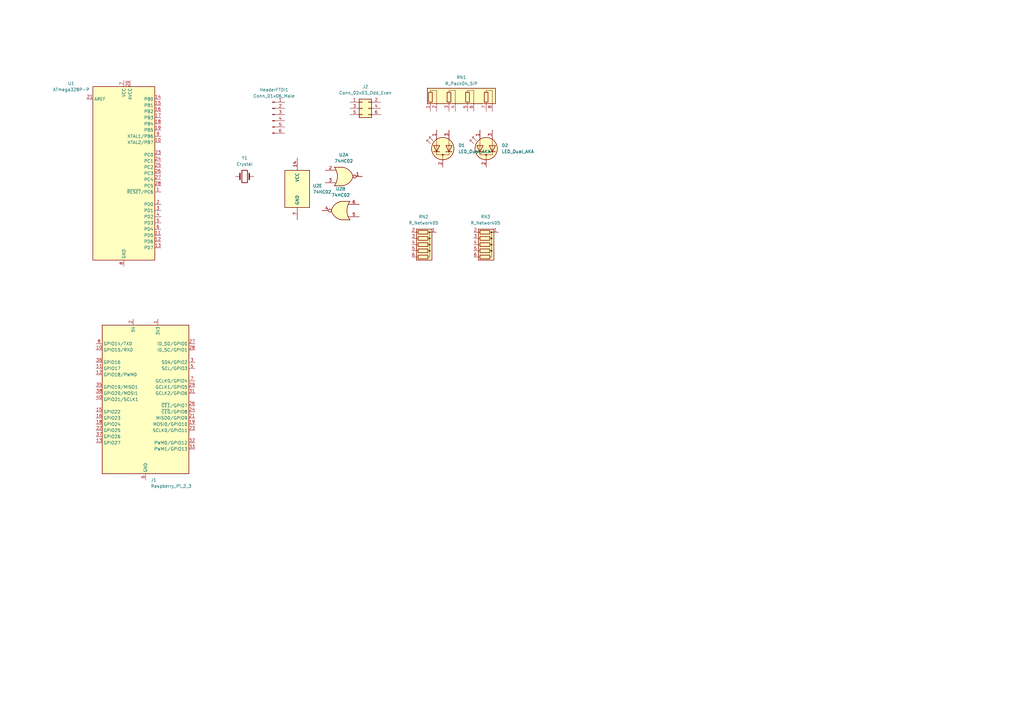
<source format=kicad_sch>
(kicad_sch
	(version 20250114)
	(generator "eeschema")
	(generator_version "9.0")
	(uuid "0b29418f-550d-492f-8df9-2382aed97979")
	(paper "A3")
	(lib_symbols
		(symbol "74xx:74HC02"
			(pin_names
				(offset 1.016)
			)
			(exclude_from_sim no)
			(in_bom yes)
			(on_board yes)
			(property "Reference" "U"
				(at 0 1.27 0)
				(effects
					(font
						(size 1.27 1.27)
					)
				)
			)
			(property "Value" "74HC02"
				(at 0 -1.27 0)
				(effects
					(font
						(size 1.27 1.27)
					)
				)
			)
			(property "Footprint" ""
				(at 0 0 0)
				(effects
					(font
						(size 1.27 1.27)
					)
					(hide yes)
				)
			)
			(property "Datasheet" "http://www.ti.com/lit/gpn/sn74hc02"
				(at 0 0 0)
				(effects
					(font
						(size 1.27 1.27)
					)
					(hide yes)
				)
			)
			(property "Description" "quad 2-input NOR gate"
				(at 0 0 0)
				(effects
					(font
						(size 1.27 1.27)
					)
					(hide yes)
				)
			)
			(property "ki_locked" ""
				(at 0 0 0)
				(effects
					(font
						(size 1.27 1.27)
					)
				)
			)
			(property "ki_keywords" "HCMOS Nor2"
				(at 0 0 0)
				(effects
					(font
						(size 1.27 1.27)
					)
					(hide yes)
				)
			)
			(property "ki_fp_filters" "SO14* DIP*W7.62mm*"
				(at 0 0 0)
				(effects
					(font
						(size 1.27 1.27)
					)
					(hide yes)
				)
			)
			(symbol "74HC02_1_1"
				(arc
					(start -3.81 3.81)
					(mid -2.589 0)
					(end -3.81 -3.81)
					(stroke
						(width 0.254)
						(type default)
					)
					(fill
						(type none)
					)
				)
				(polyline
					(pts
						(xy -3.81 3.81) (xy -0.635 3.81)
					)
					(stroke
						(width 0.254)
						(type default)
					)
					(fill
						(type background)
					)
				)
				(polyline
					(pts
						(xy -3.81 -3.81) (xy -0.635 -3.81)
					)
					(stroke
						(width 0.254)
						(type default)
					)
					(fill
						(type background)
					)
				)
				(arc
					(start 3.81 0)
					(mid 2.1855 -2.584)
					(end -0.6096 -3.81)
					(stroke
						(width 0.254)
						(type default)
					)
					(fill
						(type background)
					)
				)
				(arc
					(start -0.6096 3.81)
					(mid 2.1928 2.5924)
					(end 3.81 0)
					(stroke
						(width 0.254)
						(type default)
					)
					(fill
						(type background)
					)
				)
				(polyline
					(pts
						(xy -0.635 3.81) (xy -3.81 3.81) (xy -3.81 3.81) (xy -3.556 3.4036) (xy -3.0226 2.2606) (xy -2.6924 1.0414)
						(xy -2.6162 -0.254) (xy -2.7686 -1.4986) (xy -3.175 -2.7178) (xy -3.81 -3.81) (xy -3.81 -3.81)
						(xy -0.635 -3.81)
					)
					(stroke
						(width -25.4)
						(type default)
					)
					(fill
						(type background)
					)
				)
				(pin input line
					(at -7.62 2.54 0)
					(length 4.318)
					(name "~"
						(effects
							(font
								(size 1.27 1.27)
							)
						)
					)
					(number "2"
						(effects
							(font
								(size 1.27 1.27)
							)
						)
					)
				)
				(pin input line
					(at -7.62 -2.54 0)
					(length 4.318)
					(name "~"
						(effects
							(font
								(size 1.27 1.27)
							)
						)
					)
					(number "3"
						(effects
							(font
								(size 1.27 1.27)
							)
						)
					)
				)
				(pin output inverted
					(at 7.62 0 180)
					(length 3.81)
					(name "~"
						(effects
							(font
								(size 1.27 1.27)
							)
						)
					)
					(number "1"
						(effects
							(font
								(size 1.27 1.27)
							)
						)
					)
				)
			)
			(symbol "74HC02_1_2"
				(arc
					(start 0 3.81)
					(mid 3.7934 0)
					(end 0 -3.81)
					(stroke
						(width 0.254)
						(type default)
					)
					(fill
						(type background)
					)
				)
				(polyline
					(pts
						(xy 0 3.81) (xy -3.81 3.81) (xy -3.81 -3.81) (xy 0 -3.81)
					)
					(stroke
						(width 0.254)
						(type default)
					)
					(fill
						(type background)
					)
				)
				(pin input inverted
					(at -7.62 2.54 0)
					(length 3.81)
					(name "~"
						(effects
							(font
								(size 1.27 1.27)
							)
						)
					)
					(number "2"
						(effects
							(font
								(size 1.27 1.27)
							)
						)
					)
				)
				(pin input inverted
					(at -7.62 -2.54 0)
					(length 3.81)
					(name "~"
						(effects
							(font
								(size 1.27 1.27)
							)
						)
					)
					(number "3"
						(effects
							(font
								(size 1.27 1.27)
							)
						)
					)
				)
				(pin output line
					(at 7.62 0 180)
					(length 3.81)
					(name "~"
						(effects
							(font
								(size 1.27 1.27)
							)
						)
					)
					(number "1"
						(effects
							(font
								(size 1.27 1.27)
							)
						)
					)
				)
			)
			(symbol "74HC02_2_1"
				(arc
					(start -3.81 3.81)
					(mid -2.589 0)
					(end -3.81 -3.81)
					(stroke
						(width 0.254)
						(type default)
					)
					(fill
						(type none)
					)
				)
				(polyline
					(pts
						(xy -3.81 3.81) (xy -0.635 3.81)
					)
					(stroke
						(width 0.254)
						(type default)
					)
					(fill
						(type background)
					)
				)
				(polyline
					(pts
						(xy -3.81 -3.81) (xy -0.635 -3.81)
					)
					(stroke
						(width 0.254)
						(type default)
					)
					(fill
						(type background)
					)
				)
				(arc
					(start 3.81 0)
					(mid 2.1855 -2.584)
					(end -0.6096 -3.81)
					(stroke
						(width 0.254)
						(type default)
					)
					(fill
						(type background)
					)
				)
				(arc
					(start -0.6096 3.81)
					(mid 2.1928 2.5924)
					(end 3.81 0)
					(stroke
						(width 0.254)
						(type default)
					)
					(fill
						(type background)
					)
				)
				(polyline
					(pts
						(xy -0.635 3.81) (xy -3.81 3.81) (xy -3.81 3.81) (xy -3.556 3.4036) (xy -3.0226 2.2606) (xy -2.6924 1.0414)
						(xy -2.6162 -0.254) (xy -2.7686 -1.4986) (xy -3.175 -2.7178) (xy -3.81 -3.81) (xy -3.81 -3.81)
						(xy -0.635 -3.81)
					)
					(stroke
						(width -25.4)
						(type default)
					)
					(fill
						(type background)
					)
				)
				(pin input line
					(at -7.62 2.54 0)
					(length 4.318)
					(name "~"
						(effects
							(font
								(size 1.27 1.27)
							)
						)
					)
					(number "5"
						(effects
							(font
								(size 1.27 1.27)
							)
						)
					)
				)
				(pin input line
					(at -7.62 -2.54 0)
					(length 4.318)
					(name "~"
						(effects
							(font
								(size 1.27 1.27)
							)
						)
					)
					(number "6"
						(effects
							(font
								(size 1.27 1.27)
							)
						)
					)
				)
				(pin output inverted
					(at 7.62 0 180)
					(length 3.81)
					(name "~"
						(effects
							(font
								(size 1.27 1.27)
							)
						)
					)
					(number "4"
						(effects
							(font
								(size 1.27 1.27)
							)
						)
					)
				)
			)
			(symbol "74HC02_2_2"
				(arc
					(start 0 3.81)
					(mid 3.7934 0)
					(end 0 -3.81)
					(stroke
						(width 0.254)
						(type default)
					)
					(fill
						(type background)
					)
				)
				(polyline
					(pts
						(xy 0 3.81) (xy -3.81 3.81) (xy -3.81 -3.81) (xy 0 -3.81)
					)
					(stroke
						(width 0.254)
						(type default)
					)
					(fill
						(type background)
					)
				)
				(pin input inverted
					(at -7.62 2.54 0)
					(length 3.81)
					(name "~"
						(effects
							(font
								(size 1.27 1.27)
							)
						)
					)
					(number "5"
						(effects
							(font
								(size 1.27 1.27)
							)
						)
					)
				)
				(pin input inverted
					(at -7.62 -2.54 0)
					(length 3.81)
					(name "~"
						(effects
							(font
								(size 1.27 1.27)
							)
						)
					)
					(number "6"
						(effects
							(font
								(size 1.27 1.27)
							)
						)
					)
				)
				(pin output line
					(at 7.62 0 180)
					(length 3.81)
					(name "~"
						(effects
							(font
								(size 1.27 1.27)
							)
						)
					)
					(number "4"
						(effects
							(font
								(size 1.27 1.27)
							)
						)
					)
				)
			)
			(symbol "74HC02_3_1"
				(arc
					(start -3.81 3.81)
					(mid -2.589 0)
					(end -3.81 -3.81)
					(stroke
						(width 0.254)
						(type default)
					)
					(fill
						(type none)
					)
				)
				(polyline
					(pts
						(xy -3.81 3.81) (xy -0.635 3.81)
					)
					(stroke
						(width 0.254)
						(type default)
					)
					(fill
						(type background)
					)
				)
				(polyline
					(pts
						(xy -3.81 -3.81) (xy -0.635 -3.81)
					)
					(stroke
						(width 0.254)
						(type default)
					)
					(fill
						(type background)
					)
				)
				(arc
					(start 3.81 0)
					(mid 2.1855 -2.584)
					(end -0.6096 -3.81)
					(stroke
						(width 0.254)
						(type default)
					)
					(fill
						(type background)
					)
				)
				(arc
					(start -0.6096 3.81)
					(mid 2.1928 2.5924)
					(end 3.81 0)
					(stroke
						(width 0.254)
						(type default)
					)
					(fill
						(type background)
					)
				)
				(polyline
					(pts
						(xy -0.635 3.81) (xy -3.81 3.81) (xy -3.81 3.81) (xy -3.556 3.4036) (xy -3.0226 2.2606) (xy -2.6924 1.0414)
						(xy -2.6162 -0.254) (xy -2.7686 -1.4986) (xy -3.175 -2.7178) (xy -3.81 -3.81) (xy -3.81 -3.81)
						(xy -0.635 -3.81)
					)
					(stroke
						(width -25.4)
						(type default)
					)
					(fill
						(type background)
					)
				)
				(pin input line
					(at -7.62 2.54 0)
					(length 4.318)
					(name "~"
						(effects
							(font
								(size 1.27 1.27)
							)
						)
					)
					(number "8"
						(effects
							(font
								(size 1.27 1.27)
							)
						)
					)
				)
				(pin input line
					(at -7.62 -2.54 0)
					(length 4.318)
					(name "~"
						(effects
							(font
								(size 1.27 1.27)
							)
						)
					)
					(number "9"
						(effects
							(font
								(size 1.27 1.27)
							)
						)
					)
				)
				(pin output inverted
					(at 7.62 0 180)
					(length 3.81)
					(name "~"
						(effects
							(font
								(size 1.27 1.27)
							)
						)
					)
					(number "10"
						(effects
							(font
								(size 1.27 1.27)
							)
						)
					)
				)
			)
			(symbol "74HC02_3_2"
				(arc
					(start 0 3.81)
					(mid 3.7934 0)
					(end 0 -3.81)
					(stroke
						(width 0.254)
						(type default)
					)
					(fill
						(type background)
					)
				)
				(polyline
					(pts
						(xy 0 3.81) (xy -3.81 3.81) (xy -3.81 -3.81) (xy 0 -3.81)
					)
					(stroke
						(width 0.254)
						(type default)
					)
					(fill
						(type background)
					)
				)
				(pin input inverted
					(at -7.62 2.54 0)
					(length 3.81)
					(name "~"
						(effects
							(font
								(size 1.27 1.27)
							)
						)
					)
					(number "8"
						(effects
							(font
								(size 1.27 1.27)
							)
						)
					)
				)
				(pin input inverted
					(at -7.62 -2.54 0)
					(length 3.81)
					(name "~"
						(effects
							(font
								(size 1.27 1.27)
							)
						)
					)
					(number "9"
						(effects
							(font
								(size 1.27 1.27)
							)
						)
					)
				)
				(pin output line
					(at 7.62 0 180)
					(length 3.81)
					(name "~"
						(effects
							(font
								(size 1.27 1.27)
							)
						)
					)
					(number "10"
						(effects
							(font
								(size 1.27 1.27)
							)
						)
					)
				)
			)
			(symbol "74HC02_4_1"
				(arc
					(start -3.81 3.81)
					(mid -2.589 0)
					(end -3.81 -3.81)
					(stroke
						(width 0.254)
						(type default)
					)
					(fill
						(type none)
					)
				)
				(polyline
					(pts
						(xy -3.81 3.81) (xy -0.635 3.81)
					)
					(stroke
						(width 0.254)
						(type default)
					)
					(fill
						(type background)
					)
				)
				(polyline
					(pts
						(xy -3.81 -3.81) (xy -0.635 -3.81)
					)
					(stroke
						(width 0.254)
						(type default)
					)
					(fill
						(type background)
					)
				)
				(arc
					(start 3.81 0)
					(mid 2.1855 -2.584)
					(end -0.6096 -3.81)
					(stroke
						(width 0.254)
						(type default)
					)
					(fill
						(type background)
					)
				)
				(arc
					(start -0.6096 3.81)
					(mid 2.1928 2.5924)
					(end 3.81 0)
					(stroke
						(width 0.254)
						(type default)
					)
					(fill
						(type background)
					)
				)
				(polyline
					(pts
						(xy -0.635 3.81) (xy -3.81 3.81) (xy -3.81 3.81) (xy -3.556 3.4036) (xy -3.0226 2.2606) (xy -2.6924 1.0414)
						(xy -2.6162 -0.254) (xy -2.7686 -1.4986) (xy -3.175 -2.7178) (xy -3.81 -3.81) (xy -3.81 -3.81)
						(xy -0.635 -3.81)
					)
					(stroke
						(width -25.4)
						(type default)
					)
					(fill
						(type background)
					)
				)
				(pin input line
					(at -7.62 2.54 0)
					(length 4.318)
					(name "~"
						(effects
							(font
								(size 1.27 1.27)
							)
						)
					)
					(number "11"
						(effects
							(font
								(size 1.27 1.27)
							)
						)
					)
				)
				(pin input line
					(at -7.62 -2.54 0)
					(length 4.318)
					(name "~"
						(effects
							(font
								(size 1.27 1.27)
							)
						)
					)
					(number "12"
						(effects
							(font
								(size 1.27 1.27)
							)
						)
					)
				)
				(pin output inverted
					(at 7.62 0 180)
					(length 3.81)
					(name "~"
						(effects
							(font
								(size 1.27 1.27)
							)
						)
					)
					(number "13"
						(effects
							(font
								(size 1.27 1.27)
							)
						)
					)
				)
			)
			(symbol "74HC02_4_2"
				(arc
					(start 0 3.81)
					(mid 3.7934 0)
					(end 0 -3.81)
					(stroke
						(width 0.254)
						(type default)
					)
					(fill
						(type background)
					)
				)
				(polyline
					(pts
						(xy 0 3.81) (xy -3.81 3.81) (xy -3.81 -3.81) (xy 0 -3.81)
					)
					(stroke
						(width 0.254)
						(type default)
					)
					(fill
						(type background)
					)
				)
				(pin input inverted
					(at -7.62 2.54 0)
					(length 3.81)
					(name "~"
						(effects
							(font
								(size 1.27 1.27)
							)
						)
					)
					(number "11"
						(effects
							(font
								(size 1.27 1.27)
							)
						)
					)
				)
				(pin input inverted
					(at -7.62 -2.54 0)
					(length 3.81)
					(name "~"
						(effects
							(font
								(size 1.27 1.27)
							)
						)
					)
					(number "12"
						(effects
							(font
								(size 1.27 1.27)
							)
						)
					)
				)
				(pin output line
					(at 7.62 0 180)
					(length 3.81)
					(name "~"
						(effects
							(font
								(size 1.27 1.27)
							)
						)
					)
					(number "13"
						(effects
							(font
								(size 1.27 1.27)
							)
						)
					)
				)
			)
			(symbol "74HC02_5_0"
				(pin power_in line
					(at 0 12.7 270)
					(length 5.08)
					(name "VCC"
						(effects
							(font
								(size 1.27 1.27)
							)
						)
					)
					(number "14"
						(effects
							(font
								(size 1.27 1.27)
							)
						)
					)
				)
				(pin power_in line
					(at 0 -12.7 90)
					(length 5.08)
					(name "GND"
						(effects
							(font
								(size 1.27 1.27)
							)
						)
					)
					(number "7"
						(effects
							(font
								(size 1.27 1.27)
							)
						)
					)
				)
			)
			(symbol "74HC02_5_1"
				(rectangle
					(start -5.08 7.62)
					(end 5.08 -7.62)
					(stroke
						(width 0.254)
						(type default)
					)
					(fill
						(type background)
					)
				)
			)
			(embedded_fonts no)
		)
		(symbol "Connector:Raspberry_Pi_2_3"
			(exclude_from_sim no)
			(in_bom yes)
			(on_board yes)
			(property "Reference" "J"
				(at -17.78 31.75 0)
				(effects
					(font
						(size 1.27 1.27)
					)
					(justify left bottom)
				)
			)
			(property "Value" "Raspberry_Pi_2_3"
				(at 10.16 -31.75 0)
				(effects
					(font
						(size 1.27 1.27)
					)
					(justify left top)
				)
			)
			(property "Footprint" ""
				(at 0 0 0)
				(effects
					(font
						(size 1.27 1.27)
					)
					(hide yes)
				)
			)
			(property "Datasheet" "https://www.raspberrypi.org/documentation/hardware/raspberrypi/schematics/rpi_SCH_3bplus_1p0_reduced.pdf"
				(at 60.96 -44.45 0)
				(effects
					(font
						(size 1.27 1.27)
					)
					(hide yes)
				)
			)
			(property "Description" "expansion header for Raspberry Pi 2 & 3"
				(at 0 0 0)
				(effects
					(font
						(size 1.27 1.27)
					)
					(hide yes)
				)
			)
			(property "ki_keywords" "raspberrypi gpio"
				(at 0 0 0)
				(effects
					(font
						(size 1.27 1.27)
					)
					(hide yes)
				)
			)
			(property "ki_fp_filters" "PinHeader*2x20*P2.54mm*Vertical* PinSocket*2x20*P2.54mm*Vertical*"
				(at 0 0 0)
				(effects
					(font
						(size 1.27 1.27)
					)
					(hide yes)
				)
			)
			(symbol "Raspberry_Pi_2_3_0_1"
				(rectangle
					(start -17.78 30.48)
					(end 17.78 -30.48)
					(stroke
						(width 0.254)
						(type default)
					)
					(fill
						(type background)
					)
				)
			)
			(symbol "Raspberry_Pi_2_3_1_1"
				(pin bidirectional line
					(at -20.32 22.86 0)
					(length 2.54)
					(name "GPIO14/TXD"
						(effects
							(font
								(size 1.27 1.27)
							)
						)
					)
					(number "8"
						(effects
							(font
								(size 1.27 1.27)
							)
						)
					)
				)
				(pin bidirectional line
					(at -20.32 20.32 0)
					(length 2.54)
					(name "GPIO15/RXD"
						(effects
							(font
								(size 1.27 1.27)
							)
						)
					)
					(number "10"
						(effects
							(font
								(size 1.27 1.27)
							)
						)
					)
				)
				(pin bidirectional line
					(at -20.32 15.24 0)
					(length 2.54)
					(name "GPIO16"
						(effects
							(font
								(size 1.27 1.27)
							)
						)
					)
					(number "36"
						(effects
							(font
								(size 1.27 1.27)
							)
						)
					)
				)
				(pin bidirectional line
					(at -20.32 12.7 0)
					(length 2.54)
					(name "GPIO17"
						(effects
							(font
								(size 1.27 1.27)
							)
						)
					)
					(number "11"
						(effects
							(font
								(size 1.27 1.27)
							)
						)
					)
				)
				(pin bidirectional line
					(at -20.32 10.16 0)
					(length 2.54)
					(name "GPIO18/PWM0"
						(effects
							(font
								(size 1.27 1.27)
							)
						)
					)
					(number "12"
						(effects
							(font
								(size 1.27 1.27)
							)
						)
					)
				)
				(pin bidirectional line
					(at -20.32 5.08 0)
					(length 2.54)
					(name "GPIO19/MISO1"
						(effects
							(font
								(size 1.27 1.27)
							)
						)
					)
					(number "35"
						(effects
							(font
								(size 1.27 1.27)
							)
						)
					)
				)
				(pin bidirectional line
					(at -20.32 2.54 0)
					(length 2.54)
					(name "GPIO20/MOSI1"
						(effects
							(font
								(size 1.27 1.27)
							)
						)
					)
					(number "38"
						(effects
							(font
								(size 1.27 1.27)
							)
						)
					)
				)
				(pin bidirectional line
					(at -20.32 0 0)
					(length 2.54)
					(name "GPIO21/SCLK1"
						(effects
							(font
								(size 1.27 1.27)
							)
						)
					)
					(number "40"
						(effects
							(font
								(size 1.27 1.27)
							)
						)
					)
				)
				(pin bidirectional line
					(at -20.32 -5.08 0)
					(length 2.54)
					(name "GPIO22"
						(effects
							(font
								(size 1.27 1.27)
							)
						)
					)
					(number "15"
						(effects
							(font
								(size 1.27 1.27)
							)
						)
					)
				)
				(pin bidirectional line
					(at -20.32 -7.62 0)
					(length 2.54)
					(name "GPIO23"
						(effects
							(font
								(size 1.27 1.27)
							)
						)
					)
					(number "16"
						(effects
							(font
								(size 1.27 1.27)
							)
						)
					)
				)
				(pin bidirectional line
					(at -20.32 -10.16 0)
					(length 2.54)
					(name "GPIO24"
						(effects
							(font
								(size 1.27 1.27)
							)
						)
					)
					(number "18"
						(effects
							(font
								(size 1.27 1.27)
							)
						)
					)
				)
				(pin bidirectional line
					(at -20.32 -12.7 0)
					(length 2.54)
					(name "GPIO25"
						(effects
							(font
								(size 1.27 1.27)
							)
						)
					)
					(number "22"
						(effects
							(font
								(size 1.27 1.27)
							)
						)
					)
				)
				(pin bidirectional line
					(at -20.32 -15.24 0)
					(length 2.54)
					(name "GPIO26"
						(effects
							(font
								(size 1.27 1.27)
							)
						)
					)
					(number "37"
						(effects
							(font
								(size 1.27 1.27)
							)
						)
					)
				)
				(pin bidirectional line
					(at -20.32 -17.78 0)
					(length 2.54)
					(name "GPIO27"
						(effects
							(font
								(size 1.27 1.27)
							)
						)
					)
					(number "13"
						(effects
							(font
								(size 1.27 1.27)
							)
						)
					)
				)
				(pin power_in line
					(at -5.08 33.02 270)
					(length 2.54)
					(name "5V"
						(effects
							(font
								(size 1.27 1.27)
							)
						)
					)
					(number "2"
						(effects
							(font
								(size 1.27 1.27)
							)
						)
					)
				)
				(pin passive line
					(at -5.08 33.02 270)
					(length 2.54)
					(hide yes)
					(name "5V"
						(effects
							(font
								(size 1.27 1.27)
							)
						)
					)
					(number "4"
						(effects
							(font
								(size 1.27 1.27)
							)
						)
					)
				)
				(pin passive line
					(at 0 -33.02 90)
					(length 2.54)
					(hide yes)
					(name "GND"
						(effects
							(font
								(size 1.27 1.27)
							)
						)
					)
					(number "14"
						(effects
							(font
								(size 1.27 1.27)
							)
						)
					)
				)
				(pin passive line
					(at 0 -33.02 90)
					(length 2.54)
					(hide yes)
					(name "GND"
						(effects
							(font
								(size 1.27 1.27)
							)
						)
					)
					(number "20"
						(effects
							(font
								(size 1.27 1.27)
							)
						)
					)
				)
				(pin passive line
					(at 0 -33.02 90)
					(length 2.54)
					(hide yes)
					(name "GND"
						(effects
							(font
								(size 1.27 1.27)
							)
						)
					)
					(number "25"
						(effects
							(font
								(size 1.27 1.27)
							)
						)
					)
				)
				(pin passive line
					(at 0 -33.02 90)
					(length 2.54)
					(hide yes)
					(name "GND"
						(effects
							(font
								(size 1.27 1.27)
							)
						)
					)
					(number "30"
						(effects
							(font
								(size 1.27 1.27)
							)
						)
					)
				)
				(pin passive line
					(at 0 -33.02 90)
					(length 2.54)
					(hide yes)
					(name "GND"
						(effects
							(font
								(size 1.27 1.27)
							)
						)
					)
					(number "34"
						(effects
							(font
								(size 1.27 1.27)
							)
						)
					)
				)
				(pin passive line
					(at 0 -33.02 90)
					(length 2.54)
					(hide yes)
					(name "GND"
						(effects
							(font
								(size 1.27 1.27)
							)
						)
					)
					(number "39"
						(effects
							(font
								(size 1.27 1.27)
							)
						)
					)
				)
				(pin power_in line
					(at 0 -33.02 90)
					(length 2.54)
					(name "GND"
						(effects
							(font
								(size 1.27 1.27)
							)
						)
					)
					(number "6"
						(effects
							(font
								(size 1.27 1.27)
							)
						)
					)
				)
				(pin passive line
					(at 0 -33.02 90)
					(length 2.54)
					(hide yes)
					(name "GND"
						(effects
							(font
								(size 1.27 1.27)
							)
						)
					)
					(number "9"
						(effects
							(font
								(size 1.27 1.27)
							)
						)
					)
				)
				(pin power_in line
					(at 5.08 33.02 270)
					(length 2.54)
					(name "3V3"
						(effects
							(font
								(size 1.27 1.27)
							)
						)
					)
					(number "1"
						(effects
							(font
								(size 1.27 1.27)
							)
						)
					)
				)
				(pin passive line
					(at 5.08 33.02 270)
					(length 2.54)
					(hide yes)
					(name "3V3"
						(effects
							(font
								(size 1.27 1.27)
							)
						)
					)
					(number "17"
						(effects
							(font
								(size 1.27 1.27)
							)
						)
					)
				)
				(pin bidirectional line
					(at 20.32 22.86 180)
					(length 2.54)
					(name "ID_SD/GPIO0"
						(effects
							(font
								(size 1.27 1.27)
							)
						)
					)
					(number "27"
						(effects
							(font
								(size 1.27 1.27)
							)
						)
					)
				)
				(pin bidirectional line
					(at 20.32 20.32 180)
					(length 2.54)
					(name "ID_SC/GPIO1"
						(effects
							(font
								(size 1.27 1.27)
							)
						)
					)
					(number "28"
						(effects
							(font
								(size 1.27 1.27)
							)
						)
					)
				)
				(pin bidirectional line
					(at 20.32 15.24 180)
					(length 2.54)
					(name "SDA/GPIO2"
						(effects
							(font
								(size 1.27 1.27)
							)
						)
					)
					(number "3"
						(effects
							(font
								(size 1.27 1.27)
							)
						)
					)
				)
				(pin bidirectional line
					(at 20.32 12.7 180)
					(length 2.54)
					(name "SCL/GPIO3"
						(effects
							(font
								(size 1.27 1.27)
							)
						)
					)
					(number "5"
						(effects
							(font
								(size 1.27 1.27)
							)
						)
					)
				)
				(pin bidirectional line
					(at 20.32 7.62 180)
					(length 2.54)
					(name "GCLK0/GPIO4"
						(effects
							(font
								(size 1.27 1.27)
							)
						)
					)
					(number "7"
						(effects
							(font
								(size 1.27 1.27)
							)
						)
					)
				)
				(pin bidirectional line
					(at 20.32 5.08 180)
					(length 2.54)
					(name "GCLK1/GPIO5"
						(effects
							(font
								(size 1.27 1.27)
							)
						)
					)
					(number "29"
						(effects
							(font
								(size 1.27 1.27)
							)
						)
					)
				)
				(pin bidirectional line
					(at 20.32 2.54 180)
					(length 2.54)
					(name "GCLK2/GPIO6"
						(effects
							(font
								(size 1.27 1.27)
							)
						)
					)
					(number "31"
						(effects
							(font
								(size 1.27 1.27)
							)
						)
					)
				)
				(pin bidirectional line
					(at 20.32 -2.54 180)
					(length 2.54)
					(name "~{CE1}/GPIO7"
						(effects
							(font
								(size 1.27 1.27)
							)
						)
					)
					(number "26"
						(effects
							(font
								(size 1.27 1.27)
							)
						)
					)
				)
				(pin bidirectional line
					(at 20.32 -5.08 180)
					(length 2.54)
					(name "~{CE0}/GPIO8"
						(effects
							(font
								(size 1.27 1.27)
							)
						)
					)
					(number "24"
						(effects
							(font
								(size 1.27 1.27)
							)
						)
					)
				)
				(pin bidirectional line
					(at 20.32 -7.62 180)
					(length 2.54)
					(name "MISO0/GPIO9"
						(effects
							(font
								(size 1.27 1.27)
							)
						)
					)
					(number "21"
						(effects
							(font
								(size 1.27 1.27)
							)
						)
					)
				)
				(pin bidirectional line
					(at 20.32 -10.16 180)
					(length 2.54)
					(name "MOSI0/GPIO10"
						(effects
							(font
								(size 1.27 1.27)
							)
						)
					)
					(number "19"
						(effects
							(font
								(size 1.27 1.27)
							)
						)
					)
				)
				(pin bidirectional line
					(at 20.32 -12.7 180)
					(length 2.54)
					(name "SCLK0/GPIO11"
						(effects
							(font
								(size 1.27 1.27)
							)
						)
					)
					(number "23"
						(effects
							(font
								(size 1.27 1.27)
							)
						)
					)
				)
				(pin bidirectional line
					(at 20.32 -17.78 180)
					(length 2.54)
					(name "PWM0/GPIO12"
						(effects
							(font
								(size 1.27 1.27)
							)
						)
					)
					(number "32"
						(effects
							(font
								(size 1.27 1.27)
							)
						)
					)
				)
				(pin bidirectional line
					(at 20.32 -20.32 180)
					(length 2.54)
					(name "PWM1/GPIO13"
						(effects
							(font
								(size 1.27 1.27)
							)
						)
					)
					(number "33"
						(effects
							(font
								(size 1.27 1.27)
							)
						)
					)
				)
			)
			(embedded_fonts no)
		)
		(symbol "Connector_Generic:Conn_02x03_Odd_Even"
			(pin_names
				(offset 1.016)
				(hide yes)
			)
			(exclude_from_sim no)
			(in_bom yes)
			(on_board yes)
			(property "Reference" "J"
				(at 1.27 5.08 0)
				(effects
					(font
						(size 1.27 1.27)
					)
				)
			)
			(property "Value" "Conn_02x03_Odd_Even"
				(at 1.27 -5.08 0)
				(effects
					(font
						(size 1.27 1.27)
					)
				)
			)
			(property "Footprint" ""
				(at 0 0 0)
				(effects
					(font
						(size 1.27 1.27)
					)
					(hide yes)
				)
			)
			(property "Datasheet" "~"
				(at 0 0 0)
				(effects
					(font
						(size 1.27 1.27)
					)
					(hide yes)
				)
			)
			(property "Description" "Generic connector, double row, 02x03, odd/even pin numbering scheme (row 1 odd numbers, row 2 even numbers), script generated (kicad-library-utils/schlib/autogen/connector/)"
				(at 0 0 0)
				(effects
					(font
						(size 1.27 1.27)
					)
					(hide yes)
				)
			)
			(property "ki_keywords" "connector"
				(at 0 0 0)
				(effects
					(font
						(size 1.27 1.27)
					)
					(hide yes)
				)
			)
			(property "ki_fp_filters" "Connector*:*_2x??_*"
				(at 0 0 0)
				(effects
					(font
						(size 1.27 1.27)
					)
					(hide yes)
				)
			)
			(symbol "Conn_02x03_Odd_Even_1_1"
				(rectangle
					(start -1.27 3.81)
					(end 3.81 -3.81)
					(stroke
						(width 0.254)
						(type default)
					)
					(fill
						(type background)
					)
				)
				(rectangle
					(start -1.27 2.667)
					(end 0 2.413)
					(stroke
						(width 0.1524)
						(type default)
					)
					(fill
						(type none)
					)
				)
				(rectangle
					(start -1.27 0.127)
					(end 0 -0.127)
					(stroke
						(width 0.1524)
						(type default)
					)
					(fill
						(type none)
					)
				)
				(rectangle
					(start -1.27 -2.413)
					(end 0 -2.667)
					(stroke
						(width 0.1524)
						(type default)
					)
					(fill
						(type none)
					)
				)
				(rectangle
					(start 3.81 2.667)
					(end 2.54 2.413)
					(stroke
						(width 0.1524)
						(type default)
					)
					(fill
						(type none)
					)
				)
				(rectangle
					(start 3.81 0.127)
					(end 2.54 -0.127)
					(stroke
						(width 0.1524)
						(type default)
					)
					(fill
						(type none)
					)
				)
				(rectangle
					(start 3.81 -2.413)
					(end 2.54 -2.667)
					(stroke
						(width 0.1524)
						(type default)
					)
					(fill
						(type none)
					)
				)
				(pin passive line
					(at -5.08 2.54 0)
					(length 3.81)
					(name "Pin_1"
						(effects
							(font
								(size 1.27 1.27)
							)
						)
					)
					(number "1"
						(effects
							(font
								(size 1.27 1.27)
							)
						)
					)
				)
				(pin passive line
					(at -5.08 0 0)
					(length 3.81)
					(name "Pin_3"
						(effects
							(font
								(size 1.27 1.27)
							)
						)
					)
					(number "3"
						(effects
							(font
								(size 1.27 1.27)
							)
						)
					)
				)
				(pin passive line
					(at -5.08 -2.54 0)
					(length 3.81)
					(name "Pin_5"
						(effects
							(font
								(size 1.27 1.27)
							)
						)
					)
					(number "5"
						(effects
							(font
								(size 1.27 1.27)
							)
						)
					)
				)
				(pin passive line
					(at 7.62 2.54 180)
					(length 3.81)
					(name "Pin_2"
						(effects
							(font
								(size 1.27 1.27)
							)
						)
					)
					(number "2"
						(effects
							(font
								(size 1.27 1.27)
							)
						)
					)
				)
				(pin passive line
					(at 7.62 0 180)
					(length 3.81)
					(name "Pin_4"
						(effects
							(font
								(size 1.27 1.27)
							)
						)
					)
					(number "4"
						(effects
							(font
								(size 1.27 1.27)
							)
						)
					)
				)
				(pin passive line
					(at 7.62 -2.54 180)
					(length 3.81)
					(name "Pin_6"
						(effects
							(font
								(size 1.27 1.27)
							)
						)
					)
					(number "6"
						(effects
							(font
								(size 1.27 1.27)
							)
						)
					)
				)
			)
			(embedded_fonts no)
		)
		(symbol "Device:LED_Dual_AKA"
			(pin_names
				(offset 0)
				(hide yes)
			)
			(exclude_from_sim no)
			(in_bom yes)
			(on_board yes)
			(property "Reference" "D"
				(at 0 5.715 0)
				(effects
					(font
						(size 1.27 1.27)
					)
				)
			)
			(property "Value" "LED_Dual_AKA"
				(at 0 -6.35 0)
				(effects
					(font
						(size 1.27 1.27)
					)
				)
			)
			(property "Footprint" ""
				(at 0 0 0)
				(effects
					(font
						(size 1.27 1.27)
					)
					(hide yes)
				)
			)
			(property "Datasheet" "~"
				(at 0 0 0)
				(effects
					(font
						(size 1.27 1.27)
					)
					(hide yes)
				)
			)
			(property "Description" "Dual LED, common cathode on pin 2"
				(at 0 0 0)
				(effects
					(font
						(size 1.27 1.27)
					)
					(hide yes)
				)
			)
			(property "ki_keywords" "LED diode bicolor dual"
				(at 0 0 0)
				(effects
					(font
						(size 1.27 1.27)
					)
					(hide yes)
				)
			)
			(property "ki_fp_filters" "LED* LED_SMD:* LED_THT:*"
				(at 0 0 0)
				(effects
					(font
						(size 1.27 1.27)
					)
					(hide yes)
				)
			)
			(symbol "LED_Dual_AKA_0_1"
				(polyline
					(pts
						(xy -4.572 0) (xy -2.54 0)
					)
					(stroke
						(width 0)
						(type default)
					)
					(fill
						(type none)
					)
				)
				(circle
					(center -2.54 0)
					(radius 0.2794)
					(stroke
						(width 0)
						(type default)
					)
					(fill
						(type outline)
					)
				)
				(polyline
					(pts
						(xy -1.27 1.27) (xy -1.27 3.81)
					)
					(stroke
						(width 0.254)
						(type default)
					)
					(fill
						(type none)
					)
				)
				(polyline
					(pts
						(xy -1.27 -1.27) (xy -1.27 -3.81)
					)
					(stroke
						(width 0.254)
						(type default)
					)
					(fill
						(type none)
					)
				)
				(circle
					(center 0 0)
					(radius 4.572)
					(stroke
						(width 0.254)
						(type default)
					)
					(fill
						(type background)
					)
				)
				(polyline
					(pts
						(xy 1.27 1.27) (xy 1.27 3.81) (xy -1.27 2.54) (xy 1.27 1.27)
					)
					(stroke
						(width 0.254)
						(type default)
					)
					(fill
						(type none)
					)
				)
				(polyline
					(pts
						(xy 1.27 -3.81) (xy 1.27 -1.27) (xy -1.27 -2.54) (xy 1.27 -3.81)
					)
					(stroke
						(width 0.254)
						(type default)
					)
					(fill
						(type none)
					)
				)
				(polyline
					(pts
						(xy 2.032 5.08) (xy 3.556 6.604) (xy 2.794 6.604) (xy 3.556 6.604) (xy 3.556 5.842)
					)
					(stroke
						(width 0)
						(type default)
					)
					(fill
						(type none)
					)
				)
				(polyline
					(pts
						(xy 2.032 2.54) (xy -2.54 2.54) (xy -2.54 -2.54) (xy 2.032 -2.54)
					)
					(stroke
						(width 0)
						(type default)
					)
					(fill
						(type none)
					)
				)
				(polyline
					(pts
						(xy 3.302 4.064) (xy 4.826 5.588) (xy 4.064 5.588) (xy 4.826 5.588) (xy 4.826 4.826)
					)
					(stroke
						(width 0)
						(type default)
					)
					(fill
						(type none)
					)
				)
				(polyline
					(pts
						(xy 3.81 2.54) (xy 1.905 2.54)
					)
					(stroke
						(width 0)
						(type default)
					)
					(fill
						(type none)
					)
				)
				(polyline
					(pts
						(xy 3.81 -2.54) (xy 1.905 -2.54)
					)
					(stroke
						(width 0)
						(type default)
					)
					(fill
						(type none)
					)
				)
			)
			(symbol "LED_Dual_AKA_1_1"
				(pin input line
					(at -7.62 0 0)
					(length 3.048)
					(name "K"
						(effects
							(font
								(size 1.27 1.27)
							)
						)
					)
					(number "2"
						(effects
							(font
								(size 1.27 1.27)
							)
						)
					)
				)
				(pin input line
					(at 7.62 2.54 180)
					(length 3.81)
					(name "A1"
						(effects
							(font
								(size 1.27 1.27)
							)
						)
					)
					(number "1"
						(effects
							(font
								(size 1.27 1.27)
							)
						)
					)
				)
				(pin input line
					(at 7.62 -2.54 180)
					(length 3.81)
					(name "A2"
						(effects
							(font
								(size 1.27 1.27)
							)
						)
					)
					(number "3"
						(effects
							(font
								(size 1.27 1.27)
							)
						)
					)
				)
			)
			(embedded_fonts no)
		)
		(symbol "Device:R_Network05"
			(pin_names
				(offset 0)
				(hide yes)
			)
			(exclude_from_sim no)
			(in_bom yes)
			(on_board yes)
			(property "Reference" "RN"
				(at -7.62 0 90)
				(effects
					(font
						(size 1.27 1.27)
					)
				)
			)
			(property "Value" "R_Network05"
				(at 7.62 0 90)
				(effects
					(font
						(size 1.27 1.27)
					)
				)
			)
			(property "Footprint" "Resistor_THT:R_Array_SIP6"
				(at 9.525 0 90)
				(effects
					(font
						(size 1.27 1.27)
					)
					(hide yes)
				)
			)
			(property "Datasheet" "http://www.vishay.com/docs/31509/csc.pdf"
				(at 0 0 0)
				(effects
					(font
						(size 1.27 1.27)
					)
					(hide yes)
				)
			)
			(property "Description" "5 resistor network, star topology, bussed resistors, small symbol"
				(at 0 0 0)
				(effects
					(font
						(size 1.27 1.27)
					)
					(hide yes)
				)
			)
			(property "ki_keywords" "R network star-topology"
				(at 0 0 0)
				(effects
					(font
						(size 1.27 1.27)
					)
					(hide yes)
				)
			)
			(property "ki_fp_filters" "R?Array?SIP*"
				(at 0 0 0)
				(effects
					(font
						(size 1.27 1.27)
					)
					(hide yes)
				)
			)
			(symbol "R_Network05_0_1"
				(rectangle
					(start -6.35 -3.175)
					(end 6.35 3.175)
					(stroke
						(width 0.254)
						(type default)
					)
					(fill
						(type background)
					)
				)
				(rectangle
					(start -5.842 1.524)
					(end -4.318 -2.54)
					(stroke
						(width 0.254)
						(type default)
					)
					(fill
						(type none)
					)
				)
				(circle
					(center -5.08 2.286)
					(radius 0.254)
					(stroke
						(width 0)
						(type default)
					)
					(fill
						(type outline)
					)
				)
				(polyline
					(pts
						(xy -5.08 1.524) (xy -5.08 2.286) (xy -2.54 2.286) (xy -2.54 1.524)
					)
					(stroke
						(width 0)
						(type default)
					)
					(fill
						(type none)
					)
				)
				(polyline
					(pts
						(xy -5.08 -2.54) (xy -5.08 -3.81)
					)
					(stroke
						(width 0)
						(type default)
					)
					(fill
						(type none)
					)
				)
				(rectangle
					(start -3.302 1.524)
					(end -1.778 -2.54)
					(stroke
						(width 0.254)
						(type default)
					)
					(fill
						(type none)
					)
				)
				(circle
					(center -2.54 2.286)
					(radius 0.254)
					(stroke
						(width 0)
						(type default)
					)
					(fill
						(type outline)
					)
				)
				(polyline
					(pts
						(xy -2.54 1.524) (xy -2.54 2.286) (xy 0 2.286) (xy 0 1.524)
					)
					(stroke
						(width 0)
						(type default)
					)
					(fill
						(type none)
					)
				)
				(polyline
					(pts
						(xy -2.54 -2.54) (xy -2.54 -3.81)
					)
					(stroke
						(width 0)
						(type default)
					)
					(fill
						(type none)
					)
				)
				(rectangle
					(start -0.762 1.524)
					(end 0.762 -2.54)
					(stroke
						(width 0.254)
						(type default)
					)
					(fill
						(type none)
					)
				)
				(circle
					(center 0 2.286)
					(radius 0.254)
					(stroke
						(width 0)
						(type default)
					)
					(fill
						(type outline)
					)
				)
				(polyline
					(pts
						(xy 0 1.524) (xy 0 2.286) (xy 2.54 2.286) (xy 2.54 1.524)
					)
					(stroke
						(width 0)
						(type default)
					)
					(fill
						(type none)
					)
				)
				(polyline
					(pts
						(xy 0 -2.54) (xy 0 -3.81)
					)
					(stroke
						(width 0)
						(type default)
					)
					(fill
						(type none)
					)
				)
				(rectangle
					(start 1.778 1.524)
					(end 3.302 -2.54)
					(stroke
						(width 0.254)
						(type default)
					)
					(fill
						(type none)
					)
				)
				(circle
					(center 2.54 2.286)
					(radius 0.254)
					(stroke
						(width 0)
						(type default)
					)
					(fill
						(type outline)
					)
				)
				(polyline
					(pts
						(xy 2.54 1.524) (xy 2.54 2.286) (xy 5.08 2.286) (xy 5.08 1.524)
					)
					(stroke
						(width 0)
						(type default)
					)
					(fill
						(type none)
					)
				)
				(polyline
					(pts
						(xy 2.54 -2.54) (xy 2.54 -3.81)
					)
					(stroke
						(width 0)
						(type default)
					)
					(fill
						(type none)
					)
				)
				(rectangle
					(start 4.318 1.524)
					(end 5.842 -2.54)
					(stroke
						(width 0.254)
						(type default)
					)
					(fill
						(type none)
					)
				)
				(polyline
					(pts
						(xy 5.08 -2.54) (xy 5.08 -3.81)
					)
					(stroke
						(width 0)
						(type default)
					)
					(fill
						(type none)
					)
				)
			)
			(symbol "R_Network05_1_1"
				(pin passive line
					(at -5.08 5.08 270)
					(length 2.54)
					(name "common"
						(effects
							(font
								(size 1.27 1.27)
							)
						)
					)
					(number "1"
						(effects
							(font
								(size 1.27 1.27)
							)
						)
					)
				)
				(pin passive line
					(at -5.08 -5.08 90)
					(length 1.27)
					(name "R1"
						(effects
							(font
								(size 1.27 1.27)
							)
						)
					)
					(number "2"
						(effects
							(font
								(size 1.27 1.27)
							)
						)
					)
				)
				(pin passive line
					(at -2.54 -5.08 90)
					(length 1.27)
					(name "R2"
						(effects
							(font
								(size 1.27 1.27)
							)
						)
					)
					(number "3"
						(effects
							(font
								(size 1.27 1.27)
							)
						)
					)
				)
				(pin passive line
					(at 0 -5.08 90)
					(length 1.27)
					(name "R3"
						(effects
							(font
								(size 1.27 1.27)
							)
						)
					)
					(number "4"
						(effects
							(font
								(size 1.27 1.27)
							)
						)
					)
				)
				(pin passive line
					(at 2.54 -5.08 90)
					(length 1.27)
					(name "R4"
						(effects
							(font
								(size 1.27 1.27)
							)
						)
					)
					(number "5"
						(effects
							(font
								(size 1.27 1.27)
							)
						)
					)
				)
				(pin passive line
					(at 5.08 -5.08 90)
					(length 1.27)
					(name "R5"
						(effects
							(font
								(size 1.27 1.27)
							)
						)
					)
					(number "6"
						(effects
							(font
								(size 1.27 1.27)
							)
						)
					)
				)
			)
			(embedded_fonts no)
		)
		(symbol "Device:R_Pack04_SIP"
			(pin_names
				(offset 0)
				(hide yes)
			)
			(exclude_from_sim no)
			(in_bom yes)
			(on_board yes)
			(property "Reference" "RN"
				(at -15.24 0 90)
				(effects
					(font
						(size 1.27 1.27)
					)
				)
			)
			(property "Value" "R_Pack04_SIP"
				(at 15.24 0 90)
				(effects
					(font
						(size 1.27 1.27)
					)
				)
			)
			(property "Footprint" "Resistor_THT:R_Array_SIP8"
				(at 17.145 0 90)
				(effects
					(font
						(size 1.27 1.27)
					)
					(hide yes)
				)
			)
			(property "Datasheet" "http://www.vishay.com/docs/31509/csc.pdf"
				(at 0 0 0)
				(effects
					(font
						(size 1.27 1.27)
					)
					(hide yes)
				)
			)
			(property "Description" "4 resistor network, parallel topology, SIP package"
				(at 0 0 0)
				(effects
					(font
						(size 1.27 1.27)
					)
					(hide yes)
				)
			)
			(property "ki_keywords" "R network parallel topology isolated"
				(at 0 0 0)
				(effects
					(font
						(size 1.27 1.27)
					)
					(hide yes)
				)
			)
			(property "ki_fp_filters" "R?Array?SIP*"
				(at 0 0 0)
				(effects
					(font
						(size 1.27 1.27)
					)
					(hide yes)
				)
			)
			(symbol "R_Pack04_SIP_0_1"
				(rectangle
					(start -13.97 -1.905)
					(end 13.97 4.445)
					(stroke
						(width 0.254)
						(type default)
					)
					(fill
						(type background)
					)
				)
				(rectangle
					(start -13.462 2.794)
					(end -11.938 -1.27)
					(stroke
						(width 0.254)
						(type default)
					)
					(fill
						(type none)
					)
				)
				(polyline
					(pts
						(xy -12.7 2.794) (xy -12.7 3.556) (xy -10.16 3.556) (xy -10.16 -1.27)
					)
					(stroke
						(width 0)
						(type default)
					)
					(fill
						(type none)
					)
				)
				(rectangle
					(start -5.842 2.794)
					(end -4.318 -1.27)
					(stroke
						(width 0.254)
						(type default)
					)
					(fill
						(type none)
					)
				)
				(polyline
					(pts
						(xy -5.08 2.794) (xy -5.08 3.556) (xy -2.54 3.556) (xy -2.54 -1.27)
					)
					(stroke
						(width 0)
						(type default)
					)
					(fill
						(type none)
					)
				)
				(rectangle
					(start 1.778 2.794)
					(end 3.302 -1.27)
					(stroke
						(width 0.254)
						(type default)
					)
					(fill
						(type none)
					)
				)
				(polyline
					(pts
						(xy 2.54 2.794) (xy 2.54 3.556) (xy 5.08 3.556) (xy 5.08 -1.27)
					)
					(stroke
						(width 0)
						(type default)
					)
					(fill
						(type none)
					)
				)
				(rectangle
					(start 9.398 2.794)
					(end 10.922 -1.27)
					(stroke
						(width 0.254)
						(type default)
					)
					(fill
						(type none)
					)
				)
				(polyline
					(pts
						(xy 10.16 2.794) (xy 10.16 3.556) (xy 12.7 3.556) (xy 12.7 -1.27)
					)
					(stroke
						(width 0)
						(type default)
					)
					(fill
						(type none)
					)
				)
			)
			(symbol "R_Pack04_SIP_1_1"
				(pin passive line
					(at -12.7 -5.08 90)
					(length 3.81)
					(name "R1.1"
						(effects
							(font
								(size 1.27 1.27)
							)
						)
					)
					(number "1"
						(effects
							(font
								(size 1.27 1.27)
							)
						)
					)
				)
				(pin passive line
					(at -10.16 -5.08 90)
					(length 3.81)
					(name "R1.2"
						(effects
							(font
								(size 1.27 1.27)
							)
						)
					)
					(number "2"
						(effects
							(font
								(size 1.27 1.27)
							)
						)
					)
				)
				(pin passive line
					(at -5.08 -5.08 90)
					(length 3.81)
					(name "R2.1"
						(effects
							(font
								(size 1.27 1.27)
							)
						)
					)
					(number "3"
						(effects
							(font
								(size 1.27 1.27)
							)
						)
					)
				)
				(pin passive line
					(at -2.54 -5.08 90)
					(length 3.81)
					(name "R2.2"
						(effects
							(font
								(size 1.27 1.27)
							)
						)
					)
					(number "4"
						(effects
							(font
								(size 1.27 1.27)
							)
						)
					)
				)
				(pin passive line
					(at 2.54 -5.08 90)
					(length 3.81)
					(name "R3.1"
						(effects
							(font
								(size 1.27 1.27)
							)
						)
					)
					(number "5"
						(effects
							(font
								(size 1.27 1.27)
							)
						)
					)
				)
				(pin passive line
					(at 5.08 -5.08 90)
					(length 3.81)
					(name "R3.2"
						(effects
							(font
								(size 1.27 1.27)
							)
						)
					)
					(number "6"
						(effects
							(font
								(size 1.27 1.27)
							)
						)
					)
				)
				(pin passive line
					(at 10.16 -5.08 90)
					(length 3.81)
					(name "R4.1"
						(effects
							(font
								(size 1.27 1.27)
							)
						)
					)
					(number "7"
						(effects
							(font
								(size 1.27 1.27)
							)
						)
					)
				)
				(pin passive line
					(at 12.7 -5.08 90)
					(length 3.81)
					(name "R4.2"
						(effects
							(font
								(size 1.27 1.27)
							)
						)
					)
					(number "8"
						(effects
							(font
								(size 1.27 1.27)
							)
						)
					)
				)
			)
			(embedded_fonts no)
		)
		(symbol "MCU_Microchip_ATmega:ATmega328P-P"
			(exclude_from_sim no)
			(in_bom yes)
			(on_board yes)
			(property "Reference" "U"
				(at -12.7 36.83 0)
				(effects
					(font
						(size 1.27 1.27)
					)
					(justify left bottom)
				)
			)
			(property "Value" "ATmega328P-P"
				(at 2.54 -36.83 0)
				(effects
					(font
						(size 1.27 1.27)
					)
					(justify left top)
				)
			)
			(property "Footprint" "Package_DIP:DIP-28_W7.62mm"
				(at 0 0 0)
				(effects
					(font
						(size 1.27 1.27)
						(italic yes)
					)
					(hide yes)
				)
			)
			(property "Datasheet" "http://ww1.microchip.com/downloads/en/DeviceDoc/ATmega328_P%20AVR%20MCU%20with%20picoPower%20Technology%20Data%20Sheet%2040001984A.pdf"
				(at 0 0 0)
				(effects
					(font
						(size 1.27 1.27)
					)
					(hide yes)
				)
			)
			(property "Description" "20MHz, 32kB Flash, 2kB SRAM, 1kB EEPROM, DIP-28"
				(at 0 0 0)
				(effects
					(font
						(size 1.27 1.27)
					)
					(hide yes)
				)
			)
			(property "ki_keywords" "AVR 8bit Microcontroller MegaAVR PicoPower"
				(at 0 0 0)
				(effects
					(font
						(size 1.27 1.27)
					)
					(hide yes)
				)
			)
			(property "ki_fp_filters" "DIP*W7.62mm*"
				(at 0 0 0)
				(effects
					(font
						(size 1.27 1.27)
					)
					(hide yes)
				)
			)
			(symbol "ATmega328P-P_0_1"
				(rectangle
					(start -12.7 -35.56)
					(end 12.7 35.56)
					(stroke
						(width 0.254)
						(type default)
					)
					(fill
						(type background)
					)
				)
			)
			(symbol "ATmega328P-P_1_1"
				(pin passive line
					(at -15.24 30.48 0)
					(length 2.54)
					(name "AREF"
						(effects
							(font
								(size 1.27 1.27)
							)
						)
					)
					(number "21"
						(effects
							(font
								(size 1.27 1.27)
							)
						)
					)
				)
				(pin power_in line
					(at 0 38.1 270)
					(length 2.54)
					(name "VCC"
						(effects
							(font
								(size 1.27 1.27)
							)
						)
					)
					(number "7"
						(effects
							(font
								(size 1.27 1.27)
							)
						)
					)
				)
				(pin passive line
					(at 0 -38.1 90)
					(length 2.54)
					(hide yes)
					(name "GND"
						(effects
							(font
								(size 1.27 1.27)
							)
						)
					)
					(number "22"
						(effects
							(font
								(size 1.27 1.27)
							)
						)
					)
				)
				(pin power_in line
					(at 0 -38.1 90)
					(length 2.54)
					(name "GND"
						(effects
							(font
								(size 1.27 1.27)
							)
						)
					)
					(number "8"
						(effects
							(font
								(size 1.27 1.27)
							)
						)
					)
				)
				(pin power_in line
					(at 2.54 38.1 270)
					(length 2.54)
					(name "AVCC"
						(effects
							(font
								(size 1.27 1.27)
							)
						)
					)
					(number "20"
						(effects
							(font
								(size 1.27 1.27)
							)
						)
					)
				)
				(pin bidirectional line
					(at 15.24 30.48 180)
					(length 2.54)
					(name "PB0"
						(effects
							(font
								(size 1.27 1.27)
							)
						)
					)
					(number "14"
						(effects
							(font
								(size 1.27 1.27)
							)
						)
					)
				)
				(pin bidirectional line
					(at 15.24 27.94 180)
					(length 2.54)
					(name "PB1"
						(effects
							(font
								(size 1.27 1.27)
							)
						)
					)
					(number "15"
						(effects
							(font
								(size 1.27 1.27)
							)
						)
					)
				)
				(pin bidirectional line
					(at 15.24 25.4 180)
					(length 2.54)
					(name "PB2"
						(effects
							(font
								(size 1.27 1.27)
							)
						)
					)
					(number "16"
						(effects
							(font
								(size 1.27 1.27)
							)
						)
					)
				)
				(pin bidirectional line
					(at 15.24 22.86 180)
					(length 2.54)
					(name "PB3"
						(effects
							(font
								(size 1.27 1.27)
							)
						)
					)
					(number "17"
						(effects
							(font
								(size 1.27 1.27)
							)
						)
					)
				)
				(pin bidirectional line
					(at 15.24 20.32 180)
					(length 2.54)
					(name "PB4"
						(effects
							(font
								(size 1.27 1.27)
							)
						)
					)
					(number "18"
						(effects
							(font
								(size 1.27 1.27)
							)
						)
					)
				)
				(pin bidirectional line
					(at 15.24 17.78 180)
					(length 2.54)
					(name "PB5"
						(effects
							(font
								(size 1.27 1.27)
							)
						)
					)
					(number "19"
						(effects
							(font
								(size 1.27 1.27)
							)
						)
					)
				)
				(pin bidirectional line
					(at 15.24 15.24 180)
					(length 2.54)
					(name "XTAL1/PB6"
						(effects
							(font
								(size 1.27 1.27)
							)
						)
					)
					(number "9"
						(effects
							(font
								(size 1.27 1.27)
							)
						)
					)
				)
				(pin bidirectional line
					(at 15.24 12.7 180)
					(length 2.54)
					(name "XTAL2/PB7"
						(effects
							(font
								(size 1.27 1.27)
							)
						)
					)
					(number "10"
						(effects
							(font
								(size 1.27 1.27)
							)
						)
					)
				)
				(pin bidirectional line
					(at 15.24 7.62 180)
					(length 2.54)
					(name "PC0"
						(effects
							(font
								(size 1.27 1.27)
							)
						)
					)
					(number "23"
						(effects
							(font
								(size 1.27 1.27)
							)
						)
					)
				)
				(pin bidirectional line
					(at 15.24 5.08 180)
					(length 2.54)
					(name "PC1"
						(effects
							(font
								(size 1.27 1.27)
							)
						)
					)
					(number "24"
						(effects
							(font
								(size 1.27 1.27)
							)
						)
					)
				)
				(pin bidirectional line
					(at 15.24 2.54 180)
					(length 2.54)
					(name "PC2"
						(effects
							(font
								(size 1.27 1.27)
							)
						)
					)
					(number "25"
						(effects
							(font
								(size 1.27 1.27)
							)
						)
					)
				)
				(pin bidirectional line
					(at 15.24 0 180)
					(length 2.54)
					(name "PC3"
						(effects
							(font
								(size 1.27 1.27)
							)
						)
					)
					(number "26"
						(effects
							(font
								(size 1.27 1.27)
							)
						)
					)
				)
				(pin bidirectional line
					(at 15.24 -2.54 180)
					(length 2.54)
					(name "PC4"
						(effects
							(font
								(size 1.27 1.27)
							)
						)
					)
					(number "27"
						(effects
							(font
								(size 1.27 1.27)
							)
						)
					)
				)
				(pin bidirectional line
					(at 15.24 -5.08 180)
					(length 2.54)
					(name "PC5"
						(effects
							(font
								(size 1.27 1.27)
							)
						)
					)
					(number "28"
						(effects
							(font
								(size 1.27 1.27)
							)
						)
					)
				)
				(pin bidirectional line
					(at 15.24 -7.62 180)
					(length 2.54)
					(name "~{RESET}/PC6"
						(effects
							(font
								(size 1.27 1.27)
							)
						)
					)
					(number "1"
						(effects
							(font
								(size 1.27 1.27)
							)
						)
					)
				)
				(pin bidirectional line
					(at 15.24 -12.7 180)
					(length 2.54)
					(name "PD0"
						(effects
							(font
								(size 1.27 1.27)
							)
						)
					)
					(number "2"
						(effects
							(font
								(size 1.27 1.27)
							)
						)
					)
				)
				(pin bidirectional line
					(at 15.24 -15.24 180)
					(length 2.54)
					(name "PD1"
						(effects
							(font
								(size 1.27 1.27)
							)
						)
					)
					(number "3"
						(effects
							(font
								(size 1.27 1.27)
							)
						)
					)
				)
				(pin bidirectional line
					(at 15.24 -17.78 180)
					(length 2.54)
					(name "PD2"
						(effects
							(font
								(size 1.27 1.27)
							)
						)
					)
					(number "4"
						(effects
							(font
								(size 1.27 1.27)
							)
						)
					)
				)
				(pin bidirectional line
					(at 15.24 -20.32 180)
					(length 2.54)
					(name "PD3"
						(effects
							(font
								(size 1.27 1.27)
							)
						)
					)
					(number "5"
						(effects
							(font
								(size 1.27 1.27)
							)
						)
					)
				)
				(pin bidirectional line
					(at 15.24 -22.86 180)
					(length 2.54)
					(name "PD4"
						(effects
							(font
								(size 1.27 1.27)
							)
						)
					)
					(number "6"
						(effects
							(font
								(size 1.27 1.27)
							)
						)
					)
				)
				(pin bidirectional line
					(at 15.24 -25.4 180)
					(length 2.54)
					(name "PD5"
						(effects
							(font
								(size 1.27 1.27)
							)
						)
					)
					(number "11"
						(effects
							(font
								(size 1.27 1.27)
							)
						)
					)
				)
				(pin bidirectional line
					(at 15.24 -27.94 180)
					(length 2.54)
					(name "PD6"
						(effects
							(font
								(size 1.27 1.27)
							)
						)
					)
					(number "12"
						(effects
							(font
								(size 1.27 1.27)
							)
						)
					)
				)
				(pin bidirectional line
					(at 15.24 -30.48 180)
					(length 2.54)
					(name "PD7"
						(effects
							(font
								(size 1.27 1.27)
							)
						)
					)
					(number "13"
						(effects
							(font
								(size 1.27 1.27)
							)
						)
					)
				)
			)
			(embedded_fonts no)
		)
		(symbol "Xtal_16MHz:Crystal"
			(pin_numbers
				(hide yes)
			)
			(pin_names
				(offset 1.016)
				(hide yes)
			)
			(exclude_from_sim no)
			(in_bom yes)
			(on_board yes)
			(property "Reference" "Y"
				(at 0 3.81 0)
				(effects
					(font
						(size 1.27 1.27)
					)
				)
			)
			(property "Value" "Crystal"
				(at 0 -3.81 0)
				(effects
					(font
						(size 1.27 1.27)
					)
				)
			)
			(property "Footprint" ""
				(at 0 0 0)
				(effects
					(font
						(size 1.27 1.27)
					)
					(hide yes)
				)
			)
			(property "Datasheet" "~"
				(at 0 0 0)
				(effects
					(font
						(size 1.27 1.27)
					)
					(hide yes)
				)
			)
			(property "Description" "Two pin crystal"
				(at 0 0 0)
				(effects
					(font
						(size 1.27 1.27)
					)
					(hide yes)
				)
			)
			(property "ki_keywords" "quartz ceramic resonator oscillator"
				(at 0 0 0)
				(effects
					(font
						(size 1.27 1.27)
					)
					(hide yes)
				)
			)
			(property "ki_fp_filters" "Crystal*"
				(at 0 0 0)
				(effects
					(font
						(size 1.27 1.27)
					)
					(hide yes)
				)
			)
			(symbol "Crystal_0_1"
				(polyline
					(pts
						(xy -2.54 0) (xy -1.905 0)
					)
					(stroke
						(width 0)
						(type default)
					)
					(fill
						(type none)
					)
				)
				(polyline
					(pts
						(xy -1.905 -1.27) (xy -1.905 1.27)
					)
					(stroke
						(width 0.508)
						(type default)
					)
					(fill
						(type none)
					)
				)
				(rectangle
					(start -1.143 2.54)
					(end 1.143 -2.54)
					(stroke
						(width 0.3048)
						(type default)
					)
					(fill
						(type none)
					)
				)
				(polyline
					(pts
						(xy 1.905 -1.27) (xy 1.905 1.27)
					)
					(stroke
						(width 0.508)
						(type default)
					)
					(fill
						(type none)
					)
				)
				(polyline
					(pts
						(xy 2.54 0) (xy 1.905 0)
					)
					(stroke
						(width 0)
						(type default)
					)
					(fill
						(type none)
					)
				)
			)
			(symbol "Crystal_1_1"
				(pin passive line
					(at -3.81 0 0)
					(length 1.27)
					(name "1"
						(effects
							(font
								(size 1.27 1.27)
							)
						)
					)
					(number "1"
						(effects
							(font
								(size 1.27 1.27)
							)
						)
					)
				)
				(pin passive line
					(at 3.81 0 180)
					(length 1.27)
					(name "2"
						(effects
							(font
								(size 1.27 1.27)
							)
						)
					)
					(number "2"
						(effects
							(font
								(size 1.27 1.27)
							)
						)
					)
				)
			)
			(embedded_fonts no)
		)
		(symbol "conn_01x06_male:Conn_01x06_Male"
			(pin_names
				(offset 1.016)
				(hide yes)
			)
			(exclude_from_sim no)
			(in_bom yes)
			(on_board yes)
			(property "Reference" "HeaderFTDI1"
				(at -6.35 -1.524 0)
				(effects
					(font
						(size 1.27 1.27)
					)
					(justify right)
				)
			)
			(property "Value" "Conn_01x06_Male"
				(at -6.35 -3.8354 0)
				(effects
					(font
						(size 1.27 1.27)
					)
					(justify right)
				)
			)
			(property "Footprint" "Atverter_vE:FTDI_USB_TTL_Header"
				(at 0 0 0)
				(effects
					(font
						(size 1.27 1.27)
					)
					(hide yes)
				)
			)
			(property "Datasheet" "~"
				(at 0 0 0)
				(effects
					(font
						(size 1.27 1.27)
					)
					(hide yes)
				)
			)
			(property "Description" ""
				(at 0 0 0)
				(effects
					(font
						(size 1.27 1.27)
					)
				)
			)
			(property "ki_keywords" "connector"
				(at 0 0 0)
				(effects
					(font
						(size 1.27 1.27)
					)
					(hide yes)
				)
			)
			(property "ki_fp_filters" "Connector*:*_1x??_*"
				(at 0 0 0)
				(effects
					(font
						(size 1.27 1.27)
					)
					(hide yes)
				)
			)
			(symbol "Conn_01x06_Male_1_1"
				(rectangle
					(start 0.8636 5.207)
					(end 0 4.953)
					(stroke
						(width 0.1524)
						(type default)
					)
					(fill
						(type outline)
					)
				)
				(rectangle
					(start 0.8636 2.667)
					(end 0 2.413)
					(stroke
						(width 0.1524)
						(type default)
					)
					(fill
						(type outline)
					)
				)
				(rectangle
					(start 0.8636 0.127)
					(end 0 -0.127)
					(stroke
						(width 0.1524)
						(type default)
					)
					(fill
						(type outline)
					)
				)
				(rectangle
					(start 0.8636 -2.413)
					(end 0 -2.667)
					(stroke
						(width 0.1524)
						(type default)
					)
					(fill
						(type outline)
					)
				)
				(rectangle
					(start 0.8636 -4.953)
					(end 0 -5.207)
					(stroke
						(width 0.1524)
						(type default)
					)
					(fill
						(type outline)
					)
				)
				(rectangle
					(start 0.8636 -7.493)
					(end 0 -7.747)
					(stroke
						(width 0.1524)
						(type default)
					)
					(fill
						(type outline)
					)
				)
				(polyline
					(pts
						(xy 1.27 5.08) (xy 0.8636 5.08)
					)
					(stroke
						(width 0.1524)
						(type default)
					)
					(fill
						(type none)
					)
				)
				(polyline
					(pts
						(xy 1.27 2.54) (xy 0.8636 2.54)
					)
					(stroke
						(width 0.1524)
						(type default)
					)
					(fill
						(type none)
					)
				)
				(polyline
					(pts
						(xy 1.27 0) (xy 0.8636 0)
					)
					(stroke
						(width 0.1524)
						(type default)
					)
					(fill
						(type none)
					)
				)
				(polyline
					(pts
						(xy 1.27 -2.54) (xy 0.8636 -2.54)
					)
					(stroke
						(width 0.1524)
						(type default)
					)
					(fill
						(type none)
					)
				)
				(polyline
					(pts
						(xy 1.27 -5.08) (xy 0.8636 -5.08)
					)
					(stroke
						(width 0.1524)
						(type default)
					)
					(fill
						(type none)
					)
				)
				(polyline
					(pts
						(xy 1.27 -7.62) (xy 0.8636 -7.62)
					)
					(stroke
						(width 0.1524)
						(type default)
					)
					(fill
						(type none)
					)
				)
				(pin passive line
					(at 5.08 5.08 180)
					(length 3.81)
					(name "Pin_1"
						(effects
							(font
								(size 1.27 1.27)
							)
						)
					)
					(number "1"
						(effects
							(font
								(size 1.27 1.27)
							)
						)
					)
				)
				(pin passive line
					(at 5.08 2.54 180)
					(length 3.81)
					(name "Pin_2"
						(effects
							(font
								(size 1.27 1.27)
							)
						)
					)
					(number "2"
						(effects
							(font
								(size 1.27 1.27)
							)
						)
					)
				)
				(pin passive line
					(at 5.08 0 180)
					(length 3.81)
					(name "Pin_3"
						(effects
							(font
								(size 1.27 1.27)
							)
						)
					)
					(number "3"
						(effects
							(font
								(size 1.27 1.27)
							)
						)
					)
				)
				(pin passive line
					(at 5.08 -2.54 180)
					(length 3.81)
					(name "Pin_4"
						(effects
							(font
								(size 1.27 1.27)
							)
						)
					)
					(number "4"
						(effects
							(font
								(size 1.27 1.27)
							)
						)
					)
				)
				(pin passive line
					(at 5.08 -5.08 180)
					(length 3.81)
					(name "Pin_5"
						(effects
							(font
								(size 1.27 1.27)
							)
						)
					)
					(number "5"
						(effects
							(font
								(size 1.27 1.27)
							)
						)
					)
				)
				(pin passive line
					(at 5.08 -7.62 180)
					(length 3.81)
					(name "Pin_6"
						(effects
							(font
								(size 1.27 1.27)
							)
						)
					)
					(number "6"
						(effects
							(font
								(size 1.27 1.27)
							)
						)
					)
				)
			)
			(embedded_fonts no)
		)
	)
	(symbol
		(lib_id "74xx:74HC02")
		(at 140.97 72.39 0)
		(unit 1)
		(exclude_from_sim no)
		(in_bom yes)
		(on_board yes)
		(dnp no)
		(fields_autoplaced yes)
		(uuid "016fad28-1de6-4b1a-a487-5efcb689e980")
		(property "Reference" "U2"
			(at 140.97 63.5 0)
			(effects
				(font
					(size 1.27 1.27)
				)
			)
		)
		(property "Value" "74HC02"
			(at 140.97 66.04 0)
			(effects
				(font
					(size 1.27 1.27)
				)
			)
		)
		(property "Footprint" "Package_DIP:DIP-14_W7.62mm_LongPads"
			(at 140.97 72.39 0)
			(effects
				(font
					(size 1.27 1.27)
				)
				(hide yes)
			)
		)
		(property "Datasheet" "http://www.ti.com/lit/gpn/sn74hc02"
			(at 140.97 72.39 0)
			(effects
				(font
					(size 1.27 1.27)
				)
				(hide yes)
			)
		)
		(property "Description" "quad 2-input NOR gate"
			(at 140.97 72.39 0)
			(effects
				(font
					(size 1.27 1.27)
				)
				(hide yes)
			)
		)
		(pin "3"
			(uuid "502cb159-1e50-4606-bda5-ce8a6920ad93")
		)
		(pin "6"
			(uuid "1c769906-81ed-4efa-86f0-5fd27e782761")
		)
		(pin "1"
			(uuid "3f5535c6-83dc-4e42-ba89-ec2e207b84ad")
		)
		(pin "5"
			(uuid "55971098-bc96-4e85-9af0-7d1bd5a74c7f")
		)
		(pin "8"
			(uuid "023dd0e4-53ce-431c-b823-1e1ac79ba295")
		)
		(pin "11"
			(uuid "0faf6351-2f7b-4c5c-b532-8963eaba9303")
		)
		(pin "13"
			(uuid "94202f91-973c-47ac-a641-ce81a67e2abb")
		)
		(pin "4"
			(uuid "7552b29b-9dec-4096-82d5-cf9b6969f9cd")
		)
		(pin "10"
			(uuid "1fb6b8cc-f112-4355-9433-31acafe429fa")
		)
		(pin "2"
			(uuid "cf808f1a-975e-4656-a465-7d59c1a427e0")
		)
		(pin "9"
			(uuid "cb0e5d1b-9079-4487-81e5-27492528fc4f")
		)
		(pin "12"
			(uuid "d9fc322a-6ff7-4e44-84cc-4379a0da39a6")
		)
		(pin "14"
			(uuid "f17812c1-cccf-4de3-ae1a-4095b984707c")
		)
		(pin "7"
			(uuid "866f86d6-a137-4d0c-8899-95fda0709c32")
		)
		(instances
			(project ""
				(path "/0b29418f-550d-492f-8df9-2382aed97979"
					(reference "U2")
					(unit 1)
				)
			)
		)
	)
	(symbol
		(lib_id "Device:R_Network05")
		(at 199.39 100.33 270)
		(unit 1)
		(exclude_from_sim no)
		(in_bom yes)
		(on_board yes)
		(dnp no)
		(fields_autoplaced yes)
		(uuid "269acd45-da5c-448a-bc48-ad69d534d0b7")
		(property "Reference" "RN3"
			(at 199.136 88.9 90)
			(effects
				(font
					(size 1.27 1.27)
				)
			)
		)
		(property "Value" "R_Network05"
			(at 199.136 91.44 90)
			(effects
				(font
					(size 1.27 1.27)
				)
			)
		)
		(property "Footprint" "Resistor_THT:R_Array_SIP6"
			(at 199.39 109.855 90)
			(effects
				(font
					(size 1.27 1.27)
				)
				(hide yes)
			)
		)
		(property "Datasheet" "http://www.vishay.com/docs/31509/csc.pdf"
			(at 199.39 100.33 0)
			(effects
				(font
					(size 1.27 1.27)
				)
				(hide yes)
			)
		)
		(property "Description" "5 resistor network, star topology, bussed resistors, small symbol"
			(at 199.39 100.33 0)
			(effects
				(font
					(size 1.27 1.27)
				)
				(hide yes)
			)
		)
		(pin "6"
			(uuid "12b65796-341d-410e-a608-2939d1c39301")
		)
		(pin "4"
			(uuid "09661c77-b9ac-48c0-ac1e-e2ba2a322156")
		)
		(pin "3"
			(uuid "df305411-2519-48ba-8e4a-658104420977")
		)
		(pin "1"
			(uuid "4e941361-296d-4288-adac-07d2d5474a52")
		)
		(pin "2"
			(uuid "a01b9e86-7cf8-4374-9b0b-f56b6fd961d0")
		)
		(pin "5"
			(uuid "d0dccacb-a6fe-4528-a731-357704ca011e")
		)
		(instances
			(project "r1_Flyback_Atverter_vE1"
				(path "/0b29418f-550d-492f-8df9-2382aed97979"
					(reference "RN3")
					(unit 1)
				)
			)
		)
	)
	(symbol
		(lib_id "74xx:74HC02")
		(at 139.7 86.36 180)
		(unit 2)
		(exclude_from_sim no)
		(in_bom yes)
		(on_board yes)
		(dnp no)
		(fields_autoplaced yes)
		(uuid "47f3dd7c-e333-494d-a658-e2807ce14aed")
		(property "Reference" "U2"
			(at 139.7 77.47 0)
			(effects
				(font
					(size 1.27 1.27)
				)
			)
		)
		(property "Value" "74HC02"
			(at 139.7 80.01 0)
			(effects
				(font
					(size 1.27 1.27)
				)
			)
		)
		(property "Footprint" "Package_DIP:DIP-14_W7.62mm_LongPads"
			(at 139.7 86.36 0)
			(effects
				(font
					(size 1.27 1.27)
				)
				(hide yes)
			)
		)
		(property "Datasheet" "http://www.ti.com/lit/gpn/sn74hc02"
			(at 139.7 86.36 0)
			(effects
				(font
					(size 1.27 1.27)
				)
				(hide yes)
			)
		)
		(property "Description" "quad 2-input NOR gate"
			(at 139.7 86.36 0)
			(effects
				(font
					(size 1.27 1.27)
				)
				(hide yes)
			)
		)
		(pin "4"
			(uuid "1b9461c5-90b2-4965-b323-c25818b0da48")
		)
		(pin "5"
			(uuid "565899f4-75d5-4827-bbed-f7fa58f6b048")
		)
		(pin "9"
			(uuid "df18d9f6-e6b7-46c4-8354-bb1ca11cb20a")
		)
		(pin "2"
			(uuid "9a907137-692c-4f9f-8756-a6728b4bd911")
		)
		(pin "3"
			(uuid "e6e41ff3-32fc-42c4-a3cf-005faa0f981b")
		)
		(pin "1"
			(uuid "ebb28d89-5838-4f06-b27d-d55b4b1f4ab5")
		)
		(pin "6"
			(uuid "07dad56d-b18e-4f17-b1a0-e36ded75172a")
		)
		(pin "8"
			(uuid "7793482b-710d-4385-a748-83d73754845e")
		)
		(pin "10"
			(uuid "dc266e43-fc1b-4237-b59e-f28aa1d00400")
		)
		(pin "14"
			(uuid "df68ae3d-6ad5-4fc8-b4bb-82fa7f0e8012")
		)
		(pin "13"
			(uuid "9aea7c8b-29c5-4bd1-8569-5878aa2c980c")
		)
		(pin "12"
			(uuid "dc944575-9739-484d-bcf7-89dd655ddd41")
		)
		(pin "7"
			(uuid "7a5c0d67-9c58-42cc-86aa-33648befd8e6")
		)
		(pin "11"
			(uuid "afbc2075-ec39-46c7-90a2-a5198cb98112")
		)
		(instances
			(project ""
				(path "/0b29418f-550d-492f-8df9-2382aed97979"
					(reference "U2")
					(unit 2)
				)
			)
		)
	)
	(symbol
		(lib_id "Device:LED_Dual_AKA")
		(at 199.39 60.96 90)
		(unit 1)
		(exclude_from_sim no)
		(in_bom yes)
		(on_board yes)
		(dnp no)
		(fields_autoplaced yes)
		(uuid "4eb019db-2e37-4859-aa51-7248e5a5b698")
		(property "Reference" "D2"
			(at 205.74 59.6264 90)
			(effects
				(font
					(size 1.27 1.27)
				)
				(justify right)
			)
		)
		(property "Value" "LED_Dual_AKA"
			(at 205.74 62.1664 90)
			(effects
				(font
					(size 1.27 1.27)
				)
				(justify right)
			)
		)
		(property "Footprint" "ATverterE:LED_3pin_P2.54mm"
			(at 199.39 60.96 0)
			(effects
				(font
					(size 1.27 1.27)
				)
				(hide yes)
			)
		)
		(property "Datasheet" "~"
			(at 199.39 60.96 0)
			(effects
				(font
					(size 1.27 1.27)
				)
				(hide yes)
			)
		)
		(property "Description" "Dual LED, common cathode on pin 2"
			(at 199.39 60.96 0)
			(effects
				(font
					(size 1.27 1.27)
				)
				(hide yes)
			)
		)
		(pin "1"
			(uuid "14abb777-e067-4626-b281-2343f388bd7d")
		)
		(pin "3"
			(uuid "a051e05b-4734-44fe-ae20-108696b8b71e")
		)
		(pin "2"
			(uuid "98ca750d-eeeb-471d-a44f-cbaf8d1db3d9")
		)
		(instances
			(project "r1_Flyback_Atverter_vE1"
				(path "/0b29418f-550d-492f-8df9-2382aed97979"
					(reference "D2")
					(unit 1)
				)
			)
		)
	)
	(symbol
		(lib_id "Device:R_Network05")
		(at 173.99 100.33 270)
		(unit 1)
		(exclude_from_sim no)
		(in_bom yes)
		(on_board yes)
		(dnp no)
		(fields_autoplaced yes)
		(uuid "57cb69d7-f779-40ce-ad82-cf4788c5406c")
		(property "Reference" "RN2"
			(at 173.736 88.9 90)
			(effects
				(font
					(size 1.27 1.27)
				)
			)
		)
		(property "Value" "R_Network05"
			(at 173.736 91.44 90)
			(effects
				(font
					(size 1.27 1.27)
				)
			)
		)
		(property "Footprint" "Resistor_THT:R_Array_SIP6"
			(at 173.99 109.855 90)
			(effects
				(font
					(size 1.27 1.27)
				)
				(hide yes)
			)
		)
		(property "Datasheet" "http://www.vishay.com/docs/31509/csc.pdf"
			(at 173.99 100.33 0)
			(effects
				(font
					(size 1.27 1.27)
				)
				(hide yes)
			)
		)
		(property "Description" "5 resistor network, star topology, bussed resistors, small symbol"
			(at 173.99 100.33 0)
			(effects
				(font
					(size 1.27 1.27)
				)
				(hide yes)
			)
		)
		(pin "6"
			(uuid "df3d1780-b8f5-424f-abe2-e68c17125946")
		)
		(pin "4"
			(uuid "9cea1bdb-a284-4d02-8850-960c5adbd02b")
		)
		(pin "3"
			(uuid "a05d5f6a-288a-4ebf-94bd-c69a16b88396")
		)
		(pin "1"
			(uuid "0a1296af-682f-4915-afdb-8433f59924b2")
		)
		(pin "2"
			(uuid "9c88c90d-2071-45d8-a8d4-e40af5863128")
		)
		(pin "5"
			(uuid "81b4cb65-ff95-43fc-83d6-8f58904a1e1d")
		)
		(instances
			(project ""
				(path "/0b29418f-550d-492f-8df9-2382aed97979"
					(reference "RN2")
					(unit 1)
				)
			)
		)
	)
	(symbol
		(lib_id "Connector_Generic:Conn_02x03_Odd_Even")
		(at 148.59 44.45 0)
		(unit 1)
		(exclude_from_sim no)
		(in_bom yes)
		(on_board yes)
		(dnp no)
		(fields_autoplaced yes)
		(uuid "5cb34127-1ff5-4287-a5a1-c036810bc5fa")
		(property "Reference" "J2"
			(at 149.86 35.56 0)
			(effects
				(font
					(size 1.27 1.27)
				)
			)
		)
		(property "Value" "Conn_02x03_Odd_Even"
			(at 149.86 38.1 0)
			(effects
				(font
					(size 1.27 1.27)
				)
			)
		)
		(property "Footprint" "Connector_PinHeader_2.54mm:PinHeader_2x03_P2.54mm_Vertical"
			(at 148.59 44.45 0)
			(effects
				(font
					(size 1.27 1.27)
				)
				(hide yes)
			)
		)
		(property "Datasheet" "~"
			(at 148.59 44.45 0)
			(effects
				(font
					(size 1.27 1.27)
				)
				(hide yes)
			)
		)
		(property "Description" "Generic connector, double row, 02x03, odd/even pin numbering scheme (row 1 odd numbers, row 2 even numbers), script generated (kicad-library-utils/schlib/autogen/connector/)"
			(at 148.59 44.45 0)
			(effects
				(font
					(size 1.27 1.27)
				)
				(hide yes)
			)
		)
		(pin "3"
			(uuid "7fc9ce6e-4445-4a3c-a51b-5fa4fd3e30b6")
		)
		(pin "5"
			(uuid "80deca71-c0af-4e40-aedb-b6f0f04b9aaa")
		)
		(pin "6"
			(uuid "2241fa6b-df89-4042-94c3-bdf2f865361b")
		)
		(pin "2"
			(uuid "dd3146da-f7f8-48bf-b10c-a928f717b502")
		)
		(pin "4"
			(uuid "982f27da-9ea2-414b-8719-d0bccc189395")
		)
		(pin "1"
			(uuid "e93633ff-0755-4ab1-8d12-4d95481efff0")
		)
		(instances
			(project ""
				(path "/0b29418f-550d-492f-8df9-2382aed97979"
					(reference "J2")
					(unit 1)
				)
			)
		)
	)
	(symbol
		(lib_id "MCU_Microchip_ATmega:ATmega328P-P")
		(at 50.8 71.12 0)
		(unit 1)
		(exclude_from_sim no)
		(in_bom yes)
		(on_board yes)
		(dnp no)
		(fields_autoplaced yes)
		(uuid "5df88273-adf0-4464-b6f1-de0679313a54")
		(property "Reference" "U1"
			(at 29.21 34.2198 0)
			(effects
				(font
					(size 1.27 1.27)
				)
			)
		)
		(property "Value" "ATmega328P-P"
			(at 29.21 36.7598 0)
			(effects
				(font
					(size 1.27 1.27)
				)
			)
		)
		(property "Footprint" "Package_DIP:DIP-28_W7.62mm"
			(at 50.8 71.12 0)
			(effects
				(font
					(size 1.27 1.27)
					(italic yes)
				)
				(hide yes)
			)
		)
		(property "Datasheet" "http://ww1.microchip.com/downloads/en/DeviceDoc/ATmega328_P%20AVR%20MCU%20with%20picoPower%20Technology%20Data%20Sheet%2040001984A.pdf"
			(at 50.8 71.12 0)
			(effects
				(font
					(size 1.27 1.27)
				)
				(hide yes)
			)
		)
		(property "Description" "20MHz, 32kB Flash, 2kB SRAM, 1kB EEPROM, DIP-28"
			(at 50.8 71.12 0)
			(effects
				(font
					(size 1.27 1.27)
				)
				(hide yes)
			)
		)
		(pin "18"
			(uuid "8a8047d7-8c96-4250-9666-9ba66f1c6db1")
		)
		(pin "26"
			(uuid "8845192e-3c88-44ec-8cf3-b1c7ff1b4167")
		)
		(pin "1"
			(uuid "e5c20bfb-ae3a-4b6e-82d7-108ed770ae19")
		)
		(pin "5"
			(uuid "9dcb2b8d-07a6-430b-92bb-b2a824c20fc0")
		)
		(pin "3"
			(uuid "017002c1-01ed-4741-bfcc-8a9fe922e819")
		)
		(pin "2"
			(uuid "9bd1481a-6bd9-4540-b150-53061002901d")
		)
		(pin "4"
			(uuid "414a53f0-a921-4c6e-ba91-2e4899be2fd2")
		)
		(pin "12"
			(uuid "d7264d7c-51b8-42d7-a1c3-975927f5f2f8")
		)
		(pin "27"
			(uuid "2f1a15af-a95a-4b65-bca1-ae6ae5128bec")
		)
		(pin "23"
			(uuid "29a658ed-2454-4dc4-ae38-08cf1177c367")
		)
		(pin "17"
			(uuid "3f4e38b3-b2c5-432d-8eb5-0b9f26796147")
		)
		(pin "14"
			(uuid "2dfca508-48c3-4ad9-bebd-b9cdcada1c06")
		)
		(pin "19"
			(uuid "1205444b-28f0-4982-8ee0-db8417677f88")
		)
		(pin "10"
			(uuid "3b9107ec-45d3-4f7d-a943-1fc55247add4")
		)
		(pin "7"
			(uuid "5f98d3e6-d2a2-45cc-a2f7-335f4f4c48a6")
		)
		(pin "9"
			(uuid "23a4e2f0-e392-4bd8-993d-feab85d3bb15")
		)
		(pin "24"
			(uuid "13cd433b-6b41-47aa-97e7-1237c469de99")
		)
		(pin "21"
			(uuid "23aac454-bf99-474c-bd6c-394d7c2c6518")
		)
		(pin "8"
			(uuid "2dfc46b9-3d63-454a-b2e4-da94536aa616")
		)
		(pin "22"
			(uuid "d435a990-8583-4bc6-8396-4c0a9c919be6")
		)
		(pin "15"
			(uuid "6890bafe-5d96-4a05-b83a-908018d8d8cf")
		)
		(pin "16"
			(uuid "b13ac104-e500-4e39-a7b8-0cd0735ea784")
		)
		(pin "20"
			(uuid "3ad336bb-0c5f-42c1-87d8-2cd4b1605538")
		)
		(pin "25"
			(uuid "396aa660-25de-4d4e-93d1-d78ab24a1bbf")
		)
		(pin "28"
			(uuid "9b107f9f-b6aa-4a83-b043-410a32150d97")
		)
		(pin "6"
			(uuid "37de87a6-08a8-41b8-a7dd-fc47cbe8859f")
		)
		(pin "11"
			(uuid "83887b7a-845f-40c9-9cd6-46ec21128262")
		)
		(pin "13"
			(uuid "bc18d4ef-839c-4d53-a2ee-26295c6d7c1d")
		)
		(instances
			(project ""
				(path "/0b29418f-550d-492f-8df9-2382aed97979"
					(reference "U1")
					(unit 1)
				)
			)
		)
	)
	(symbol
		(lib_id "Device:LED_Dual_AKA")
		(at 181.61 60.96 90)
		(unit 1)
		(exclude_from_sim no)
		(in_bom yes)
		(on_board yes)
		(dnp no)
		(fields_autoplaced yes)
		(uuid "6130b3c1-6480-4c3d-b574-3db61f5e8184")
		(property "Reference" "D1"
			(at 187.96 59.6264 90)
			(effects
				(font
					(size 1.27 1.27)
				)
				(justify right)
			)
		)
		(property "Value" "LED_Dual_AKA"
			(at 187.96 62.1664 90)
			(effects
				(font
					(size 1.27 1.27)
				)
				(justify right)
			)
		)
		(property "Footprint" "ATverterE:LED_3pin_P2.54mm"
			(at 181.61 60.96 0)
			(effects
				(font
					(size 1.27 1.27)
				)
				(hide yes)
			)
		)
		(property "Datasheet" "~"
			(at 181.61 60.96 0)
			(effects
				(font
					(size 1.27 1.27)
				)
				(hide yes)
			)
		)
		(property "Description" "Dual LED, common cathode on pin 2"
			(at 181.61 60.96 0)
			(effects
				(font
					(size 1.27 1.27)
				)
				(hide yes)
			)
		)
		(pin "1"
			(uuid "273d4854-4fbe-4ed4-b151-ea2eb0244abc")
		)
		(pin "3"
			(uuid "9182bfb4-48d8-40b4-8de2-00920c0ab67e")
		)
		(pin "2"
			(uuid "72ffe2f2-3d21-4b80-b196-701a8aa82219")
		)
		(instances
			(project ""
				(path "/0b29418f-550d-492f-8df9-2382aed97979"
					(reference "D1")
					(unit 1)
				)
			)
		)
	)
	(symbol
		(lib_id "Xtal_16MHz:Crystal")
		(at 100.33 72.39 0)
		(unit 1)
		(exclude_from_sim no)
		(in_bom yes)
		(on_board yes)
		(dnp no)
		(fields_autoplaced yes)
		(uuid "7a74b495-3fe1-4e1a-9d49-4950c221127a")
		(property "Reference" "Y1"
			(at 100.33 64.77 0)
			(effects
				(font
					(size 1.27 1.27)
				)
			)
		)
		(property "Value" "Crystal"
			(at 100.33 67.31 0)
			(effects
				(font
					(size 1.27 1.27)
				)
			)
		)
		(property "Footprint" "Crystal:Resonator-2Pin_W10.0mm_H5.0mm"
			(at 100.33 72.39 0)
			(effects
				(font
					(size 1.27 1.27)
				)
				(hide yes)
			)
		)
		(property "Datasheet" "~"
			(at 100.33 72.39 0)
			(effects
				(font
					(size 1.27 1.27)
				)
				(hide yes)
			)
		)
		(property "Description" "Two pin crystal"
			(at 100.33 72.39 0)
			(effects
				(font
					(size 1.27 1.27)
				)
				(hide yes)
			)
		)
		(pin "2"
			(uuid "eacc5adb-5797-45b6-9d37-e91a9fce0f70")
		)
		(pin "1"
			(uuid "fedaf2f3-dfe0-435a-a08e-fe822a8784b7")
		)
		(instances
			(project ""
				(path "/0b29418f-550d-492f-8df9-2382aed97979"
					(reference "Y1")
					(unit 1)
				)
			)
		)
	)
	(symbol
		(lib_id "Connector:Raspberry_Pi_2_3")
		(at 59.69 163.83 0)
		(unit 1)
		(exclude_from_sim no)
		(in_bom yes)
		(on_board yes)
		(dnp no)
		(fields_autoplaced yes)
		(uuid "bb8e3f37-a7fc-49de-972f-2bcc10475e92")
		(property "Reference" "J1"
			(at 61.8333 196.85 0)
			(effects
				(font
					(size 1.27 1.27)
				)
				(justify left)
			)
		)
		(property "Value" "Raspberry_Pi_2_3"
			(at 61.8333 199.39 0)
			(effects
				(font
					(size 1.27 1.27)
				)
				(justify left)
			)
		)
		(property "Footprint" "ATverterE:Raspberry_Pi_Zero_and_Four"
			(at 59.69 163.83 0)
			(effects
				(font
					(size 1.27 1.27)
				)
				(hide yes)
			)
		)
		(property "Datasheet" "https://www.raspberrypi.org/documentation/hardware/raspberrypi/schematics/rpi_SCH_3bplus_1p0_reduced.pdf"
			(at 120.65 208.28 0)
			(effects
				(font
					(size 1.27 1.27)
				)
				(hide yes)
			)
		)
		(property "Description" "expansion header for Raspberry Pi 2 & 3"
			(at 59.69 163.83 0)
			(effects
				(font
					(size 1.27 1.27)
				)
				(hide yes)
			)
		)
		(pin "14"
			(uuid "3af259db-78a6-46b1-b2ca-b7001e254716")
		)
		(pin "38"
			(uuid "4618aaea-3aa4-47c5-a46e-6511691944dc")
		)
		(pin "18"
			(uuid "32a5218f-4fd7-4e4f-876b-c1a4ce6b38bf")
		)
		(pin "39"
			(uuid "60f86fe8-d185-4b2b-b083-d140c014cee6")
		)
		(pin "36"
			(uuid "aad5b13f-b03e-4093-b8ef-fd7dff76bd38")
		)
		(pin "1"
			(uuid "26277321-8645-41c2-a14f-0b53e8d607cb")
		)
		(pin "11"
			(uuid "1adb35dd-2411-45c7-9359-a823e446f562")
		)
		(pin "35"
			(uuid "1336fcdd-4a79-4e87-91c5-ff1ed21d44e9")
		)
		(pin "8"
			(uuid "5d25fc54-c3e2-4940-a08b-e26c00bd5c74")
		)
		(pin "40"
			(uuid "49b5f1b7-93ae-429b-ad05-236729699ea0")
		)
		(pin "13"
			(uuid "e3cf2c53-94e6-4f12-b80b-94ddb1d7db10")
		)
		(pin "15"
			(uuid "90c56781-d468-483c-bd65-7a0be4edc247")
		)
		(pin "12"
			(uuid "f2dde9ab-0224-4661-b316-7776e9379cea")
		)
		(pin "37"
			(uuid "f0365712-30ae-4185-9221-2b7303942e3c")
		)
		(pin "20"
			(uuid "5a385987-38d9-49dc-86c1-6c88d62dcf6a")
		)
		(pin "4"
			(uuid "0fa8712f-1159-4e98-966d-6acc38511301")
		)
		(pin "10"
			(uuid "ac1eaa40-884f-4cba-9cbf-f3d542bfc7f0")
		)
		(pin "25"
			(uuid "01a57c4f-49c0-4591-8b39-2f3f78d24f1f")
		)
		(pin "22"
			(uuid "7f1c87e0-778e-4952-baf3-b0e19b27ebe9")
		)
		(pin "2"
			(uuid "176294d2-9583-4f50-94f2-77d4fa7ec99b")
		)
		(pin "16"
			(uuid "3ef44296-99bc-42a5-be65-2fc8d25e19ab")
		)
		(pin "30"
			(uuid "5c8cab9f-647a-4c83-b7de-152e6f9a73aa")
		)
		(pin "34"
			(uuid "886072c0-651e-4dd0-96e2-c89df3a7ccf3")
		)
		(pin "6"
			(uuid "1e84f8bb-4db5-4243-b21a-2d4df2747392")
		)
		(pin "9"
			(uuid "25844495-2bed-49fa-8268-066fc0398cd2")
		)
		(pin "24"
			(uuid "d8e5acff-93d4-4eba-ad57-4c3d0b5dbf11")
		)
		(pin "5"
			(uuid "bbf3b734-80ee-4915-8868-469bca422b6a")
		)
		(pin "29"
			(uuid "89a7ef0c-b2d1-4f20-99bb-9ddf6e27daea")
		)
		(pin "31"
			(uuid "c0d2b73c-615e-4912-94a8-6793f8108658")
		)
		(pin "33"
			(uuid "1b5b6baa-bcb1-4b34-8d5d-28be9b4d3d87")
		)
		(pin "7"
			(uuid "11cd9bae-b261-4204-8bd9-a757948787ba")
		)
		(pin "27"
			(uuid "57a5ae25-23c3-4edb-8ee9-573676e73198")
		)
		(pin "17"
			(uuid "8e67156e-9451-48f2-b9e9-294f5ff162c1")
		)
		(pin "28"
			(uuid "26c9ce54-7491-4fec-a6c0-6bd7fb8e2d1c")
		)
		(pin "3"
			(uuid "8674a773-05bc-42c8-ad48-5dfd19a8d12d")
		)
		(pin "19"
			(uuid "1f03eea1-5d18-484b-be87-2c8286adb19a")
		)
		(pin "26"
			(uuid "3f8ff91e-d9b9-4cf4-ba7a-57527631ed52")
		)
		(pin "21"
			(uuid "f0c13681-200a-4239-bd1c-d92c0a3baf0c")
		)
		(pin "23"
			(uuid "bc23e426-2980-4897-af59-90811506b167")
		)
		(pin "32"
			(uuid "fea27dd4-3b45-4aa4-a3e5-76c84fa6d604")
		)
		(instances
			(project ""
				(path "/0b29418f-550d-492f-8df9-2382aed97979"
					(reference "J1")
					(unit 1)
				)
			)
		)
	)
	(symbol
		(lib_id "Device:R_Pack04_SIP")
		(at 189.23 40.64 0)
		(unit 1)
		(exclude_from_sim no)
		(in_bom yes)
		(on_board yes)
		(dnp no)
		(fields_autoplaced yes)
		(uuid "cfbad78f-148d-42d0-abc6-d4d68b2bf02c")
		(property "Reference" "RN1"
			(at 189.23 31.75 0)
			(effects
				(font
					(size 1.27 1.27)
				)
			)
		)
		(property "Value" "R_Pack04_SIP"
			(at 189.23 34.29 0)
			(effects
				(font
					(size 1.27 1.27)
				)
			)
		)
		(property "Footprint" "Resistor_THT:R_Array_SIP8"
			(at 206.375 40.64 90)
			(effects
				(font
					(size 1.27 1.27)
				)
				(hide yes)
			)
		)
		(property "Datasheet" "http://www.vishay.com/docs/31509/csc.pdf"
			(at 189.23 40.64 0)
			(effects
				(font
					(size 1.27 1.27)
				)
				(hide yes)
			)
		)
		(property "Description" "4 resistor network, parallel topology, SIP package"
			(at 189.23 40.64 0)
			(effects
				(font
					(size 1.27 1.27)
				)
				(hide yes)
			)
		)
		(pin "3"
			(uuid "208033d2-4a32-4d90-bf97-c8655b0cb29f")
		)
		(pin "5"
			(uuid "b67cf3f2-b6be-4920-9c4f-ca8c1f389a83")
		)
		(pin "8"
			(uuid "975d36b8-466d-441d-9e6a-4bb127d592de")
		)
		(pin "6"
			(uuid "41c33862-6390-4677-85f7-db0c1c425d22")
		)
		(pin "7"
			(uuid "b6ef4402-cedc-49c0-8758-f1a58c11f2b7")
		)
		(pin "1"
			(uuid "0e6b1826-9c0b-4b2f-97ec-3c290bfa77b5")
		)
		(pin "2"
			(uuid "26388c17-80c7-4ff6-8f64-aa976c92e8e2")
		)
		(pin "4"
			(uuid "236fb33f-eebd-459d-894d-d0b553ea0b81")
		)
		(instances
			(project ""
				(path "/0b29418f-550d-492f-8df9-2382aed97979"
					(reference "RN1")
					(unit 1)
				)
			)
		)
	)
	(symbol
		(lib_id "conn_01x06_male:Conn_01x06_Male")
		(at 111.76 46.99 0)
		(unit 1)
		(exclude_from_sim no)
		(in_bom yes)
		(on_board yes)
		(dnp no)
		(fields_autoplaced yes)
		(uuid "d734d617-14c2-4421-9aca-c5cd8d711427")
		(property "Reference" "HeaderFTDI1"
			(at 112.395 36.83 0)
			(effects
				(font
					(size 1.27 1.27)
				)
			)
		)
		(property "Value" "Conn_01x06_Male"
			(at 112.395 39.37 0)
			(effects
				(font
					(size 1.27 1.27)
				)
			)
		)
		(property "Footprint" "Atverter_vE:FTDI_USB_TTL_Header"
			(at 111.76 46.99 0)
			(effects
				(font
					(size 1.27 1.27)
				)
				(hide yes)
			)
		)
		(property "Datasheet" "~"
			(at 111.76 46.99 0)
			(effects
				(font
					(size 1.27 1.27)
				)
				(hide yes)
			)
		)
		(property "Description" ""
			(at 111.76 46.99 0)
			(effects
				(font
					(size 1.27 1.27)
				)
			)
		)
		(pin "1"
			(uuid "fad73604-43e2-44ec-9fac-d077e6388eb4")
		)
		(pin "2"
			(uuid "8d4d856a-a72a-4b39-acfc-e0825a24cf24")
		)
		(pin "6"
			(uuid "43ba1909-6a75-4a70-8d8b-ceca69822f43")
		)
		(pin "3"
			(uuid "f4b8b517-c87d-456a-8b71-fac73c94e043")
		)
		(pin "4"
			(uuid "6506b482-5db0-4f1f-b402-0d7b9ff9189e")
		)
		(pin "5"
			(uuid "3156c716-7fda-450f-8ba1-c355988f2cfc")
		)
		(instances
			(project ""
				(path "/0b29418f-550d-492f-8df9-2382aed97979"
					(reference "HeaderFTDI1")
					(unit 1)
				)
			)
		)
	)
	(symbol
		(lib_id "74xx:74HC02")
		(at 121.92 77.47 0)
		(unit 5)
		(exclude_from_sim no)
		(in_bom yes)
		(on_board yes)
		(dnp no)
		(fields_autoplaced yes)
		(uuid "edd8b9b6-771e-47c6-a645-c45c397b82f9")
		(property "Reference" "U2"
			(at 128.27 76.1999 0)
			(effects
				(font
					(size 1.27 1.27)
				)
				(justify left)
			)
		)
		(property "Value" "74HC02"
			(at 128.27 78.7399 0)
			(effects
				(font
					(size 1.27 1.27)
				)
				(justify left)
			)
		)
		(property "Footprint" "Package_DIP:DIP-14_W7.62mm_LongPads"
			(at 121.92 77.47 0)
			(effects
				(font
					(size 1.27 1.27)
				)
				(hide yes)
			)
		)
		(property "Datasheet" "http://www.ti.com/lit/gpn/sn74hc02"
			(at 121.92 77.47 0)
			(effects
				(font
					(size 1.27 1.27)
				)
				(hide yes)
			)
		)
		(property "Description" "quad 2-input NOR gate"
			(at 121.92 77.47 0)
			(effects
				(font
					(size 1.27 1.27)
				)
				(hide yes)
			)
		)
		(pin "2"
			(uuid "4d4d93bf-f0ac-470d-9413-9121dae93f37")
		)
		(pin "3"
			(uuid "4155c764-8684-46c7-b5c7-9ad7b3439c2c")
		)
		(pin "1"
			(uuid "7d57354b-f120-4666-be82-da8f796e0c4d")
		)
		(pin "5"
			(uuid "4633a53a-3bd6-4d81-9698-6069e1c3cdaa")
		)
		(pin "6"
			(uuid "0c0e9d10-5236-4d25-b400-b0185deebd40")
		)
		(pin "4"
			(uuid "37d99c8d-b7ac-48ef-b614-d173aab49fb0")
		)
		(pin "8"
			(uuid "850377f5-2270-4fa1-a87e-8a545460db36")
		)
		(pin "9"
			(uuid "67b5b10b-d9b7-4502-9c84-01bcf82eb6a6")
		)
		(pin "13"
			(uuid "d31a6299-9dea-460d-ad74-e177a3082030")
		)
		(pin "7"
			(uuid "63fb3dd6-195a-44a5-8fc7-75204a5f751f")
		)
		(pin "14"
			(uuid "3e089647-caf5-4977-a3ab-60373cd73b9c")
		)
		(pin "11"
			(uuid "0c32af0d-6568-4e80-880b-e2ee9ddc2a70")
		)
		(pin "10"
			(uuid "c459b5c9-790d-4c52-a3ec-e1c74e5a7a9c")
		)
		(pin "12"
			(uuid "6bfe9b58-b669-41a2-ad31-23cc0fe5d248")
		)
		(instances
			(project ""
				(path "/0b29418f-550d-492f-8df9-2382aed97979"
					(reference "U2")
					(unit 5)
				)
			)
		)
	)
	(sheet_instances
		(path "/"
			(page "1")
		)
	)
	(embedded_fonts no)
)

</source>
